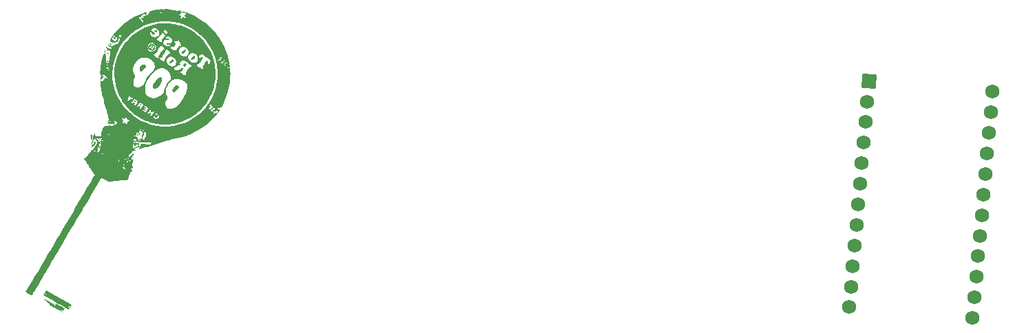
<source format=gbr>
%TF.GenerationSoftware,KiCad,Pcbnew,(6.0.4)*%
%TF.CreationDate,2022-04-14T15:36:21+01:00*%
%TF.ProjectId,axo,61786f2e-6b69-4636-9164-5f7063625858,VERSION_HERE*%
%TF.SameCoordinates,Original*%
%TF.FileFunction,Legend,Bot*%
%TF.FilePolarity,Positive*%
%FSLAX46Y46*%
G04 Gerber Fmt 4.6, Leading zero omitted, Abs format (unit mm)*
G04 Created by KiCad (PCBNEW (6.0.4)) date 2022-04-14 15:36:21*
%MOMM*%
%LPD*%
G01*
G04 APERTURE LIST*
G04 Aperture macros list*
%AMRotRect*
0 Rectangle, with rotation*
0 The origin of the aperture is its center*
0 $1 length*
0 $2 width*
0 $3 Rotation angle, in degrees counterclockwise*
0 Add horizontal line*
21,1,$1,$2,0,0,$3*%
G04 Aperture macros list end*
%ADD10C,0.300000*%
%ADD11RotRect,1.752600X1.752600X265.000000*%
%ADD12C,1.752600*%
G04 APERTURE END LIST*
D10*
%TO.C,G\u002A\u002A\u002A*%
X145776299Y-118098625D02*
X145614315Y-118088902D01*
X145425769Y-117980045D01*
X145273509Y-117808339D01*
X145220383Y-117610071D01*
X145230106Y-117448087D01*
X145312400Y-117160407D01*
X145421257Y-116971861D01*
X145629249Y-116756752D01*
X145764669Y-116667340D01*
X145962938Y-116614214D01*
X146187769Y-116660223D01*
X146313467Y-116732794D01*
X146465727Y-116904500D01*
X146492290Y-117003634D01*
X146238290Y-117443575D01*
X145986895Y-117298432D01*
X146557046Y-118633188D02*
X146738475Y-118318945D01*
X146351660Y-118263213D02*
X146738475Y-118318945D01*
X146980147Y-118626071D01*
X146695071Y-117958693D02*
X146738475Y-118318945D01*
X147072163Y-118176407D01*
X147562625Y-119213760D02*
X147744054Y-118899516D01*
X147357239Y-118843785D02*
X147744054Y-118899516D01*
X147985726Y-119206642D01*
X147700650Y-118539264D02*
X147744054Y-118899516D01*
X148077743Y-118756978D01*
X148568204Y-119794331D02*
X148749633Y-119480087D01*
X148362818Y-119424356D02*
X148749633Y-119480087D01*
X148991305Y-119787213D01*
X148706230Y-119119836D02*
X148749633Y-119480087D01*
X149083322Y-119337550D01*
G36*
X155366915Y-100884101D02*
G01*
X155534840Y-100948066D01*
X155702765Y-101012032D01*
X155638683Y-100838658D01*
X155638293Y-100837603D01*
X155603620Y-100736654D01*
X155596007Y-100670789D01*
X155618700Y-100612951D01*
X155674938Y-100536075D01*
X155708744Y-100489809D01*
X155747238Y-100424834D01*
X155752437Y-100393681D01*
X155739970Y-100390482D01*
X155674739Y-100388105D01*
X155579349Y-100392906D01*
X155520759Y-100397155D01*
X155451724Y-100393537D01*
X155408270Y-100366075D01*
X155364094Y-100303889D01*
X155353469Y-100286338D01*
X155327791Y-100224166D01*
X155336429Y-100195524D01*
X155385017Y-100200772D01*
X155488064Y-100227108D01*
X155632617Y-100271611D01*
X155807948Y-100330789D01*
X156003329Y-100401152D01*
X156208033Y-100479207D01*
X156387718Y-100556548D01*
X156629403Y-100674192D01*
X156896969Y-100815411D01*
X157175908Y-100971817D01*
X157451711Y-101135025D01*
X157709874Y-101296651D01*
X157935885Y-101448307D01*
X158115241Y-101581609D01*
X158502370Y-101909283D01*
X159020653Y-102412728D01*
X159482206Y-102946701D01*
X159890652Y-103515940D01*
X160249616Y-104125177D01*
X160449443Y-104542548D01*
X160562722Y-104779150D01*
X160583812Y-104829467D01*
X160651419Y-105004863D01*
X160722253Y-105206638D01*
X160793518Y-105424855D01*
X160862413Y-105649579D01*
X160926142Y-105870874D01*
X160981907Y-106078806D01*
X161021955Y-106243110D01*
X161026910Y-106263439D01*
X161058352Y-106414838D01*
X161073436Y-106523066D01*
X161069364Y-106578189D01*
X161055979Y-106615721D01*
X161056900Y-106635812D01*
X161059622Y-106695195D01*
X161061444Y-106753879D01*
X161061759Y-106764040D01*
X161034341Y-106849116D01*
X161034057Y-106849666D01*
X161003896Y-106910007D01*
X161006681Y-106915265D01*
X161044412Y-106869482D01*
X161062183Y-106848849D01*
X161114300Y-106813106D01*
X161139777Y-106836569D01*
X161130309Y-106914852D01*
X161115976Y-106954239D01*
X161054945Y-107043131D01*
X160975650Y-107094419D01*
X160895684Y-107094619D01*
X160852252Y-107064509D01*
X160848914Y-107026264D01*
X160898845Y-107007047D01*
X160910361Y-107005372D01*
X160957061Y-106970937D01*
X160956052Y-106956539D01*
X160917390Y-106969578D01*
X160877283Y-106983741D01*
X160813260Y-106976905D01*
X160809317Y-106974671D01*
X160778191Y-106968816D01*
X160778751Y-107014791D01*
X160809275Y-107071775D01*
X160875390Y-107128397D01*
X160902675Y-107142631D01*
X160971249Y-107152589D01*
X161043875Y-107110051D01*
X161048363Y-107106405D01*
X161108571Y-107063764D01*
X161141931Y-107051235D01*
X161146688Y-107061629D01*
X161157693Y-107125245D01*
X161169505Y-107233534D01*
X161180971Y-107371718D01*
X161190940Y-107525017D01*
X161198255Y-107678657D01*
X161201767Y-107817859D01*
X161196622Y-108202396D01*
X161139406Y-108907527D01*
X161019405Y-109601911D01*
X160835674Y-110289462D01*
X160587263Y-110974102D01*
X160273227Y-111659747D01*
X160106047Y-111990797D01*
X160100850Y-111991838D01*
X159937255Y-112024612D01*
X159879101Y-112035475D01*
X159770369Y-112051940D01*
X159694705Y-112058417D01*
X159672968Y-112058929D01*
X159632892Y-112075156D01*
X159633211Y-112108563D01*
X159633430Y-112131504D01*
X159634393Y-112136641D01*
X159663601Y-112192014D01*
X159732713Y-112229435D01*
X159855122Y-112256454D01*
X159870794Y-112259837D01*
X159887697Y-112274728D01*
X159878980Y-112309564D01*
X159840230Y-112375790D01*
X159767033Y-112484849D01*
X159679113Y-112605094D01*
X159531612Y-112806825D01*
X159126239Y-113284277D01*
X158672266Y-113739850D01*
X158180487Y-114163758D01*
X157661700Y-114546220D01*
X157126700Y-114877451D01*
X156762353Y-115065983D01*
X156329456Y-115258967D01*
X155873120Y-115434818D01*
X155411868Y-115586954D01*
X154964227Y-115708788D01*
X154548722Y-115793738D01*
X154506751Y-115800994D01*
X154443067Y-115813507D01*
X154369134Y-115829977D01*
X154280831Y-115851601D01*
X154174036Y-115879580D01*
X154044625Y-115915110D01*
X153888480Y-115959390D01*
X153701476Y-116013617D01*
X153479493Y-116078991D01*
X153227822Y-116153908D01*
X153218409Y-116156710D01*
X152980735Y-116227988D01*
X152914101Y-116247971D01*
X152562448Y-116353973D01*
X152159328Y-116475915D01*
X151700621Y-116614995D01*
X151182202Y-116772409D01*
X151167684Y-116776818D01*
X150898899Y-116857802D01*
X150650003Y-116931624D01*
X150428314Y-116996200D01*
X150241149Y-117049447D01*
X150095826Y-117089283D01*
X149999661Y-117113623D01*
X149959973Y-117120385D01*
X149949086Y-117103545D01*
X149967074Y-117039909D01*
X150025841Y-116927172D01*
X150070446Y-116845281D01*
X150135473Y-116712327D01*
X150182640Y-116599754D01*
X150235050Y-116453916D01*
X150572280Y-116493061D01*
X150646679Y-116501849D01*
X150822595Y-116523592D01*
X150987881Y-116545168D01*
X151114678Y-116562985D01*
X151241420Y-116575159D01*
X151358561Y-116561549D01*
X151428189Y-116512252D01*
X151456859Y-116424617D01*
X151465474Y-116335224D01*
X151133404Y-116327137D01*
X151119350Y-116326788D01*
X150986991Y-116322478D01*
X150876516Y-116318880D01*
X150630336Y-116307689D01*
X150576169Y-116304587D01*
X150390824Y-116293973D01*
X150167986Y-116278494D01*
X150052995Y-116268830D01*
X149971834Y-116262008D01*
X149880305Y-116252404D01*
X149812377Y-116245276D01*
X149699624Y-116229058D01*
X149643585Y-116214113D01*
X149622427Y-116216324D01*
X149584532Y-116257099D01*
X149574972Y-116278606D01*
X149587872Y-116330736D01*
X149663638Y-116364947D01*
X149803119Y-116381726D01*
X149951686Y-116388845D01*
X149978691Y-116531268D01*
X149983588Y-116559852D01*
X149994873Y-116671176D01*
X149993406Y-116743495D01*
X149993101Y-116758552D01*
X149991956Y-116766368D01*
X149984950Y-116802891D01*
X149969280Y-116831456D01*
X149934307Y-116858672D01*
X149869391Y-116891151D01*
X149763895Y-116935502D01*
X149607178Y-116998335D01*
X149366277Y-117094604D01*
X149483588Y-117162334D01*
X149510719Y-117178442D01*
X149572569Y-117219788D01*
X149593920Y-117242153D01*
X149589807Y-117253509D01*
X149578619Y-117306740D01*
X149576293Y-117316279D01*
X149542195Y-117339342D01*
X149463142Y-117323180D01*
X149420035Y-117308776D01*
X149325619Y-117281762D01*
X149267339Y-117282062D01*
X149224997Y-117313777D01*
X149178398Y-117381010D01*
X149134910Y-117439719D01*
X149044236Y-117541271D01*
X148943791Y-117637163D01*
X148934530Y-117645241D01*
X148809806Y-117769326D01*
X148722898Y-117885801D01*
X148677604Y-117986426D01*
X148677725Y-118062963D01*
X148727060Y-118107171D01*
X148731331Y-118108373D01*
X148800129Y-118093989D01*
X148894312Y-118031721D01*
X149004154Y-117929307D01*
X149119932Y-117794488D01*
X149158533Y-117745899D01*
X149238666Y-117656302D01*
X149295226Y-117615314D01*
X149335880Y-117616623D01*
X149337959Y-117640550D01*
X149317512Y-117713272D01*
X149276624Y-117820636D01*
X149221003Y-117948883D01*
X149156359Y-118084255D01*
X149088401Y-118212996D01*
X149050972Y-118281998D01*
X149022212Y-118351078D01*
X149024335Y-118394061D01*
X149054476Y-118429206D01*
X149102057Y-118455407D01*
X149189256Y-118444552D01*
X149240495Y-118425884D01*
X149268823Y-118428126D01*
X149267191Y-118443837D01*
X149257160Y-118491821D01*
X149237295Y-118575350D01*
X149206536Y-118698561D01*
X149199047Y-118727851D01*
X149163898Y-118865309D01*
X149163827Y-118865587D01*
X149131572Y-118990030D01*
X149108105Y-119080562D01*
X149038315Y-119347623D01*
X148971253Y-119602920D01*
X148953396Y-119670902D01*
X148882811Y-119938724D01*
X148871390Y-119982057D01*
X148852289Y-120054534D01*
X148849863Y-120063728D01*
X148843432Y-120087960D01*
X148782644Y-120317006D01*
X148729328Y-120513297D01*
X148687360Y-120660047D01*
X148654184Y-120764702D01*
X148627246Y-120834709D01*
X148603991Y-120877513D01*
X148581863Y-120900561D01*
X148558308Y-120911298D01*
X148525611Y-120916451D01*
X148430312Y-120926689D01*
X148283017Y-120940272D01*
X148091986Y-120956502D01*
X147865481Y-120974682D01*
X147611765Y-120994117D01*
X147339099Y-121014108D01*
X146193244Y-121096290D01*
X145963985Y-120992722D01*
X145908803Y-120967104D01*
X145757582Y-120892935D01*
X145588146Y-120805856D01*
X145427834Y-120719786D01*
X145322705Y-120663205D01*
X145235364Y-120620195D01*
X145195389Y-120606538D01*
X145207886Y-120624447D01*
X145294830Y-120698476D01*
X144156459Y-122659173D01*
X144046314Y-122848775D01*
X143859020Y-123170662D01*
X143682957Y-123472601D01*
X143520903Y-123749865D01*
X143375635Y-123997729D01*
X143249931Y-124211461D01*
X143146566Y-124386336D01*
X143068322Y-124517625D01*
X143017972Y-124600602D01*
X142998296Y-124630537D01*
X142983481Y-124653082D01*
X142936842Y-124729649D01*
X142860686Y-124856758D01*
X142757252Y-125030616D01*
X142628779Y-125247430D01*
X142477506Y-125503406D01*
X142305672Y-125794753D01*
X142115515Y-126117674D01*
X141909275Y-126468381D01*
X141689191Y-126843078D01*
X141457500Y-127237971D01*
X141216444Y-127649269D01*
X141006889Y-128006844D01*
X140773830Y-128404130D01*
X140552083Y-128781721D01*
X140343883Y-129135823D01*
X140151472Y-129462645D01*
X139977087Y-129758392D01*
X139822968Y-130019273D01*
X139691352Y-130241494D01*
X139584478Y-130421263D01*
X139504587Y-130554786D01*
X139453916Y-130638270D01*
X139434704Y-130667921D01*
X139433531Y-130669237D01*
X139408053Y-130709333D01*
X139352137Y-130801890D01*
X139268386Y-130942476D01*
X139159413Y-131126657D01*
X139027824Y-131350000D01*
X138876229Y-131608072D01*
X138707235Y-131896442D01*
X138523451Y-132210674D01*
X138327484Y-132546339D01*
X138121944Y-132898999D01*
X138026444Y-133062963D01*
X137797427Y-133455822D01*
X137598738Y-133795982D01*
X137428130Y-134087128D01*
X137283360Y-134332944D01*
X137162184Y-134537113D01*
X137062356Y-134703320D01*
X136981631Y-134835250D01*
X136917766Y-134936585D01*
X136868513Y-135011010D01*
X136831632Y-135062208D01*
X136804874Y-135093865D01*
X136785997Y-135109664D01*
X136772755Y-135113289D01*
X136726805Y-135096732D01*
X136635015Y-135052841D01*
X136512290Y-134988626D01*
X136372328Y-134911007D01*
X136028011Y-134714925D01*
X136860823Y-133316895D01*
X136964130Y-133143249D01*
X137141196Y-132844899D01*
X137348411Y-132495047D01*
X137583649Y-132097304D01*
X137844785Y-131655281D01*
X138129691Y-131172590D01*
X138436242Y-130652841D01*
X138762312Y-130099646D01*
X139105774Y-129516616D01*
X139464504Y-128907361D01*
X139836374Y-128275495D01*
X140219258Y-127624626D01*
X140611030Y-126958366D01*
X141009565Y-126280328D01*
X141412737Y-125594120D01*
X141818418Y-124903356D01*
X142224483Y-124211646D01*
X142628807Y-123522601D01*
X143029262Y-122839832D01*
X143169589Y-122600655D01*
X143382050Y-122239064D01*
X143584143Y-121895749D01*
X143773276Y-121575081D01*
X143946856Y-121281433D01*
X144102292Y-121019177D01*
X144236990Y-120792684D01*
X144348356Y-120606328D01*
X144433802Y-120464478D01*
X144490731Y-120371507D01*
X144516553Y-120331787D01*
X144535705Y-120306806D01*
X144553444Y-120264781D01*
X144522987Y-120248154D01*
X144517502Y-120244808D01*
X144478428Y-120200373D01*
X144410278Y-120110442D01*
X144318228Y-119982726D01*
X144207451Y-119824935D01*
X144083124Y-119644780D01*
X143950419Y-119449973D01*
X143841189Y-119287820D01*
X147648859Y-119287820D01*
X147666544Y-119312134D01*
X147683052Y-119318882D01*
X147696941Y-119303989D01*
X147694702Y-119298084D01*
X147658400Y-119281737D01*
X147648859Y-119287820D01*
X143841189Y-119287820D01*
X143814516Y-119248223D01*
X143783728Y-119202021D01*
X147575956Y-119202021D01*
X147582064Y-119224818D01*
X147604861Y-119218710D01*
X147598753Y-119195912D01*
X147575956Y-119202021D01*
X143783728Y-119202021D01*
X143680586Y-119047242D01*
X143622069Y-118958390D01*
X147593631Y-118958390D01*
X147620136Y-119033890D01*
X147680480Y-119129422D01*
X147769688Y-119233615D01*
X147820057Y-119281329D01*
X147915565Y-119360911D01*
X148024656Y-119443406D01*
X148134247Y-119519816D01*
X148216939Y-119572093D01*
X148231258Y-119581145D01*
X148302606Y-119618393D01*
X148335209Y-119622566D01*
X148335564Y-119585435D01*
X148297115Y-119508366D01*
X148223944Y-119408514D01*
X148126249Y-119296175D01*
X148014233Y-119181647D01*
X147898098Y-119075230D01*
X147788047Y-118987223D01*
X147694278Y-118927922D01*
X147665456Y-118919228D01*
X147626995Y-118907627D01*
X147605946Y-118914294D01*
X147593631Y-118958390D01*
X143622069Y-118958390D01*
X143553807Y-118854740D01*
X143439352Y-118678428D01*
X143342397Y-118526016D01*
X143293116Y-118445870D01*
X147461721Y-118445870D01*
X147472123Y-118584415D01*
X147544839Y-118709893D01*
X147676165Y-118815442D01*
X147732655Y-118846476D01*
X147803263Y-118874764D01*
X147827921Y-118865736D01*
X147828519Y-118860821D01*
X147859896Y-118854785D01*
X147929620Y-118885911D01*
X147941712Y-118893068D01*
X148004282Y-118944401D01*
X148007463Y-118988664D01*
X148003908Y-118996329D01*
X148016749Y-119040494D01*
X148088637Y-119093341D01*
X148194845Y-119154660D01*
X148168757Y-119038012D01*
X148159862Y-119003746D01*
X148077009Y-118832887D01*
X147930251Y-118666513D01*
X147863230Y-118614821D01*
X148429426Y-118614821D01*
X148454514Y-118653494D01*
X148493908Y-118698252D01*
X148550864Y-118734112D01*
X148600861Y-118717431D01*
X148621298Y-118695423D01*
X148627829Y-118642987D01*
X148585722Y-118602856D01*
X148507070Y-118591293D01*
X148449152Y-118598288D01*
X148429426Y-118614821D01*
X147863230Y-118614821D01*
X147792170Y-118560014D01*
X148727677Y-118560014D01*
X148759380Y-118593747D01*
X148814737Y-118609336D01*
X148866511Y-118595050D01*
X148905497Y-118558370D01*
X148938792Y-118496308D01*
X148915450Y-118453024D01*
X148857232Y-118450638D01*
X148784870Y-118483185D01*
X148730917Y-118536654D01*
X148727677Y-118560014D01*
X147792170Y-118560014D01*
X147718170Y-118502940D01*
X147482819Y-118346751D01*
X147465583Y-118425204D01*
X147461721Y-118445870D01*
X143293116Y-118445870D01*
X143268118Y-118405216D01*
X143234638Y-118346464D01*
X148232171Y-118346464D01*
X148256431Y-118396012D01*
X148272841Y-118415540D01*
X148321708Y-118453252D01*
X148389402Y-118459025D01*
X148408290Y-118457180D01*
X148424666Y-118438513D01*
X148391426Y-118388766D01*
X148339016Y-118339489D01*
X148275798Y-118311834D01*
X148233956Y-118329348D01*
X148232171Y-118346464D01*
X143234638Y-118346464D01*
X143221687Y-118323738D01*
X143208283Y-118289293D01*
X143226985Y-118269296D01*
X143264691Y-118235485D01*
X148538661Y-118235485D01*
X148538962Y-118277479D01*
X148587838Y-118333884D01*
X148611896Y-118350560D01*
X148661426Y-118365022D01*
X148697642Y-118327273D01*
X148707831Y-118307191D01*
X148705824Y-118264226D01*
X148648465Y-118228875D01*
X148585487Y-118214129D01*
X148538661Y-118235485D01*
X143264691Y-118235485D01*
X143285904Y-118216463D01*
X143368526Y-118147246D01*
X143437074Y-118088343D01*
X143560718Y-117971706D01*
X143689538Y-117840362D01*
X143758988Y-117764492D01*
X145059278Y-117764492D01*
X145060235Y-117764640D01*
X145102479Y-117766073D01*
X145191963Y-117767292D01*
X145310977Y-117768048D01*
X145411607Y-117765328D01*
X145527206Y-117748253D01*
X145581781Y-117716218D01*
X145586867Y-117705470D01*
X145579144Y-117653049D01*
X145525353Y-117618290D01*
X145442878Y-117613987D01*
X145409507Y-117622185D01*
X145319649Y-117651986D01*
X145213062Y-117693276D01*
X145147464Y-117721125D01*
X145080599Y-117751558D01*
X145059278Y-117764492D01*
X143758988Y-117764492D01*
X143809742Y-117709047D01*
X143907540Y-117592499D01*
X143969139Y-117505452D01*
X144020921Y-117438983D01*
X144093668Y-117406582D01*
X144112302Y-117406342D01*
X144142376Y-117400062D01*
X144140335Y-117398457D01*
X144185075Y-117398457D01*
X144191184Y-117421255D01*
X144213981Y-117415145D01*
X144213903Y-117414853D01*
X144262330Y-117414853D01*
X144304588Y-117423543D01*
X144405024Y-117435027D01*
X144452718Y-117437268D01*
X144548254Y-117422773D01*
X144613100Y-117387494D01*
X144629338Y-117339095D01*
X144607739Y-117313727D01*
X144544094Y-117291613D01*
X144472424Y-117290295D01*
X144426558Y-117313969D01*
X144392910Y-117348720D01*
X144320627Y-117386968D01*
X144319709Y-117387263D01*
X144270090Y-117404308D01*
X144262330Y-117414853D01*
X144213903Y-117414853D01*
X144207872Y-117392349D01*
X144185075Y-117398457D01*
X144140335Y-117398457D01*
X144114557Y-117378186D01*
X144092772Y-117352358D01*
X144086530Y-117289736D01*
X144109857Y-117228993D01*
X144155433Y-117201720D01*
X144236210Y-117199841D01*
X144310872Y-117185781D01*
X144345591Y-117149881D01*
X144356222Y-117082748D01*
X144358355Y-117058088D01*
X144389236Y-116964095D01*
X144464545Y-116857297D01*
X144524600Y-116785023D01*
X144632425Y-116650066D01*
X144705750Y-116546412D01*
X144751890Y-116461568D01*
X144778164Y-116383036D01*
X144791889Y-116298322D01*
X144796579Y-116213018D01*
X144783491Y-116132917D01*
X144743645Y-116046873D01*
X144669373Y-115931955D01*
X144659224Y-115917209D01*
X144590792Y-115819819D01*
X144538460Y-115748744D01*
X144512862Y-115718486D01*
X144498010Y-115730250D01*
X144478227Y-115785206D01*
X144472630Y-115804225D01*
X144441578Y-115886807D01*
X144392609Y-116003417D01*
X144333503Y-116135232D01*
X144308631Y-116189887D01*
X144254983Y-116314445D01*
X144216052Y-116414352D01*
X144198935Y-116471850D01*
X144198524Y-116474982D01*
X144183582Y-116522369D01*
X144164048Y-116513841D01*
X144145817Y-116458997D01*
X144134784Y-116367430D01*
X144142597Y-116257049D01*
X144206903Y-116091585D01*
X144253012Y-116007684D01*
X144323319Y-115852696D01*
X144350635Y-115740048D01*
X144333914Y-115673187D01*
X144324205Y-115658958D01*
X144319336Y-115611162D01*
X144342225Y-115532524D01*
X144396003Y-115409749D01*
X144396475Y-115408747D01*
X144460939Y-115283372D01*
X144511052Y-115207925D01*
X144543215Y-115184985D01*
X144553832Y-115217133D01*
X144539305Y-115306951D01*
X144526760Y-115376091D01*
X144525679Y-115460299D01*
X144544854Y-115504109D01*
X144581514Y-115495162D01*
X144599781Y-115485655D01*
X144656582Y-115493138D01*
X144656830Y-115493282D01*
X144677545Y-115526592D01*
X144641976Y-115579174D01*
X144641899Y-115579253D01*
X144609409Y-115624557D01*
X144618697Y-115668271D01*
X144674469Y-115732611D01*
X144689014Y-115747226D01*
X144756411Y-115810404D01*
X144803012Y-115847249D01*
X144823328Y-115865821D01*
X144874404Y-115930321D01*
X144934400Y-116019672D01*
X144971601Y-116076986D01*
X145025282Y-116151506D01*
X145059337Y-116188156D01*
X145093766Y-116232478D01*
X145120328Y-116307386D01*
X145130732Y-116382532D01*
X145117732Y-116428144D01*
X145061740Y-116471957D01*
X145014822Y-116514102D01*
X145006542Y-116537644D01*
X145027860Y-116555389D01*
X145059720Y-116592237D01*
X145088529Y-116666509D01*
X145096476Y-116715792D01*
X145081639Y-116759371D01*
X145020988Y-116796897D01*
X145010998Y-116802331D01*
X144938730Y-116867986D01*
X144889657Y-116955695D01*
X144872635Y-117043279D01*
X144896522Y-117108556D01*
X144919604Y-117155490D01*
X144895723Y-117236668D01*
X144869571Y-117289241D01*
X144855748Y-117376179D01*
X144894789Y-117453055D01*
X144902685Y-117463693D01*
X144909707Y-117512700D01*
X144887488Y-117545912D01*
X144865943Y-117578117D01*
X144824884Y-117638246D01*
X144829180Y-117673981D01*
X144847322Y-117679682D01*
X144909137Y-117661237D01*
X144971053Y-117605714D01*
X145011686Y-117529986D01*
X145040285Y-117470954D01*
X145092085Y-117455868D01*
X145147703Y-117437743D01*
X145206517Y-117357779D01*
X145264238Y-117250701D01*
X145186934Y-117312055D01*
X145179884Y-117317595D01*
X145117260Y-117358095D01*
X145085859Y-117355217D01*
X145085542Y-117304979D01*
X145116167Y-117203405D01*
X145177596Y-117046515D01*
X145189382Y-117017624D01*
X145245371Y-116867240D01*
X145249076Y-116854725D01*
X149218589Y-116854725D01*
X149221159Y-116901305D01*
X149226526Y-116911264D01*
X149254528Y-116946721D01*
X149296511Y-116958834D01*
X149368997Y-116948566D01*
X149488505Y-116916880D01*
X149581763Y-116886840D01*
X149727620Y-116820642D01*
X149827171Y-116747012D01*
X149870306Y-116672423D01*
X149871671Y-116661670D01*
X149855688Y-116588614D01*
X149801844Y-116551457D01*
X149727044Y-116550827D01*
X149648191Y-116587358D01*
X149582191Y-116661678D01*
X149540497Y-116712889D01*
X149479115Y-116757628D01*
X149423318Y-116776787D01*
X149393912Y-116759551D01*
X149393012Y-116729884D01*
X149399458Y-116647274D01*
X149412441Y-116538024D01*
X149429123Y-116425149D01*
X149446667Y-116331666D01*
X149453156Y-116231567D01*
X149414501Y-116165887D01*
X149373722Y-116143450D01*
X149338442Y-116149307D01*
X149331127Y-116166563D01*
X149321760Y-116201740D01*
X149310579Y-116243728D01*
X149305367Y-116269362D01*
X149287163Y-116358886D01*
X149272542Y-116443108D01*
X149263568Y-116494801D01*
X149250240Y-116582935D01*
X149242482Y-116634236D01*
X149234006Y-116701303D01*
X149227499Y-116752789D01*
X149226593Y-116759956D01*
X149218589Y-116854725D01*
X145249076Y-116854725D01*
X145280713Y-116747857D01*
X145292928Y-116669325D01*
X145279535Y-116641499D01*
X145270262Y-116639600D01*
X145255009Y-116605374D01*
X145264729Y-116552687D01*
X145295426Y-116513688D01*
X145305121Y-116501353D01*
X145281797Y-116470755D01*
X145272676Y-116464053D01*
X145262042Y-116418022D01*
X145296434Y-116334679D01*
X145297209Y-116333249D01*
X145330529Y-116268058D01*
X145329652Y-116254116D01*
X145294312Y-116285279D01*
X145242993Y-116319231D01*
X145190435Y-116321657D01*
X145174001Y-116301445D01*
X145184568Y-116252351D01*
X145235589Y-116166096D01*
X145284955Y-116083161D01*
X145301831Y-116019830D01*
X145284978Y-115963732D01*
X145277110Y-115947558D01*
X145263551Y-115877652D01*
X145289553Y-115841387D01*
X145347006Y-115853214D01*
X145396046Y-115912246D01*
X145439068Y-116022176D01*
X145471338Y-116165778D01*
X145489136Y-116326388D01*
X145488734Y-116487349D01*
X145487474Y-116506615D01*
X145484179Y-116599412D01*
X145487831Y-116645116D01*
X145497825Y-116634021D01*
X145523281Y-116565611D01*
X145568918Y-116471077D01*
X145572901Y-116460913D01*
X148869480Y-116460913D01*
X148876030Y-116483006D01*
X148878169Y-116485201D01*
X148919790Y-116527910D01*
X148926420Y-116531607D01*
X148955871Y-116540722D01*
X148941744Y-116502635D01*
X148919779Y-116467555D01*
X149041926Y-116467555D01*
X149046365Y-116485957D01*
X149050158Y-116501675D01*
X149084290Y-116541716D01*
X149139497Y-116518997D01*
X149158882Y-116472723D01*
X149132435Y-116426021D01*
X149074627Y-116405939D01*
X149047738Y-116415488D01*
X149041926Y-116467555D01*
X148919779Y-116467555D01*
X148913907Y-116458176D01*
X148881890Y-116434033D01*
X148869480Y-116460913D01*
X145572901Y-116460913D01*
X145578722Y-116446056D01*
X145586886Y-116347772D01*
X145580069Y-116281373D01*
X148992409Y-116281373D01*
X148998517Y-116304169D01*
X149021314Y-116298061D01*
X149015206Y-116275264D01*
X148992409Y-116281373D01*
X145580069Y-116281373D01*
X145573560Y-116217979D01*
X145559929Y-116155620D01*
X149041627Y-116155620D01*
X149061860Y-116186578D01*
X149082884Y-116195251D01*
X149139770Y-116193019D01*
X149151198Y-116180352D01*
X149130966Y-116149396D01*
X149109941Y-116140722D01*
X149053054Y-116142954D01*
X149041627Y-116155620D01*
X145559929Y-116155620D01*
X145552299Y-116120718D01*
X149702188Y-116120718D01*
X149715244Y-116136743D01*
X149762266Y-116122515D01*
X149765377Y-116120215D01*
X149819799Y-116120215D01*
X149848480Y-116129451D01*
X149957909Y-116147159D01*
X150062115Y-116143321D01*
X150132056Y-116118131D01*
X150134599Y-116115995D01*
X150170059Y-116070119D01*
X150148683Y-116045983D01*
X150077142Y-116045456D01*
X149962100Y-116070412D01*
X149907533Y-116086557D01*
X149840093Y-116109119D01*
X149819799Y-116120215D01*
X149765377Y-116120215D01*
X149778625Y-116110422D01*
X149756878Y-116102409D01*
X149738886Y-116103919D01*
X149704239Y-116116514D01*
X149702188Y-116120718D01*
X145552299Y-116120718D01*
X145542937Y-116077890D01*
X145528879Y-116036364D01*
X149217403Y-116036364D01*
X149253016Y-116057232D01*
X149348835Y-116064549D01*
X149428753Y-116071616D01*
X149534569Y-116094779D01*
X149576569Y-116106582D01*
X149616385Y-116100030D01*
X149626882Y-116049359D01*
X149607228Y-115974318D01*
X149542322Y-115920327D01*
X149449180Y-115905190D01*
X149447499Y-115905690D01*
X149345525Y-115936041D01*
X149327185Y-115946250D01*
X149256465Y-115989819D01*
X149221386Y-116018531D01*
X149217403Y-116036364D01*
X145528879Y-116036364D01*
X145499205Y-115948713D01*
X145446556Y-115851662D01*
X145399548Y-115804013D01*
X145297608Y-115762152D01*
X145188887Y-115781195D01*
X145180363Y-115785276D01*
X145070860Y-115829253D01*
X144983733Y-115839203D01*
X144888504Y-115818957D01*
X144830988Y-115797965D01*
X144728275Y-115734247D01*
X144728011Y-115733806D01*
X149212195Y-115733806D01*
X149213193Y-115745791D01*
X149222275Y-115767877D01*
X149227824Y-115781370D01*
X149232864Y-115781770D01*
X149241100Y-115750494D01*
X149240102Y-115738510D01*
X149225471Y-115702931D01*
X149220432Y-115702530D01*
X149212195Y-115733806D01*
X144728011Y-115733806D01*
X144708896Y-115701916D01*
X148956699Y-115701916D01*
X148967255Y-115700911D01*
X149009729Y-115674723D01*
X149027073Y-115655177D01*
X149023402Y-115624806D01*
X149007712Y-115622260D01*
X148970371Y-115652000D01*
X148960222Y-115672479D01*
X148956699Y-115701916D01*
X144708896Y-115701916D01*
X144682424Y-115657750D01*
X144698380Y-115574826D01*
X144751340Y-115519794D01*
X144817962Y-115519062D01*
X144881632Y-115581549D01*
X144902478Y-115610977D01*
X144933646Y-115619380D01*
X144976847Y-115572044D01*
X145031348Y-115523057D01*
X145089692Y-115531221D01*
X145127133Y-115548133D01*
X145199014Y-115562018D01*
X145223016Y-115564360D01*
X145281338Y-115597479D01*
X145315230Y-115621596D01*
X145348385Y-115603772D01*
X145363487Y-115546622D01*
X145362052Y-115536147D01*
X149363474Y-115536147D01*
X149398826Y-115553092D01*
X149488798Y-115531864D01*
X149529846Y-115518829D01*
X149595158Y-115512129D01*
X149622494Y-115541608D01*
X149624332Y-115546918D01*
X149666665Y-115599342D01*
X149740202Y-115653245D01*
X149800760Y-115693897D01*
X149828309Y-115743623D01*
X149818581Y-115821221D01*
X149817111Y-115827691D01*
X149815943Y-115838098D01*
X149808816Y-115901620D01*
X149808062Y-115908336D01*
X149818518Y-115957060D01*
X149829579Y-115964237D01*
X149892681Y-115968829D01*
X149978521Y-115952831D01*
X150059217Y-115923071D01*
X150106887Y-115886388D01*
X150137361Y-115859254D01*
X150208176Y-115839274D01*
X150236991Y-115837685D01*
X150270201Y-115824943D01*
X150284638Y-115783468D01*
X150289178Y-115721450D01*
X150432364Y-115721450D01*
X150446990Y-115925252D01*
X150447571Y-115927348D01*
X150461044Y-115975930D01*
X150496373Y-116063382D01*
X150531485Y-116110093D01*
X150568398Y-116122411D01*
X150596952Y-116097289D01*
X150586363Y-116028276D01*
X150584750Y-116023218D01*
X150588085Y-115967462D01*
X150624339Y-115880059D01*
X150697683Y-115750597D01*
X150701985Y-115743473D01*
X150801378Y-115556138D01*
X150852122Y-115400181D01*
X150856419Y-115264216D01*
X150816474Y-115136857D01*
X150769326Y-115048248D01*
X150720626Y-114992140D01*
X150672992Y-114990661D01*
X150616092Y-115038752D01*
X150568965Y-115115930D01*
X150573710Y-115206986D01*
X150579542Y-115283948D01*
X150536518Y-115409633D01*
X150484214Y-115515603D01*
X150432364Y-115721450D01*
X150289178Y-115721450D01*
X150291167Y-115694282D01*
X150294051Y-115661375D01*
X150319382Y-115529826D01*
X150359751Y-115404050D01*
X150374768Y-115363617D01*
X150404302Y-115246437D01*
X150411650Y-115148522D01*
X150413382Y-115058421D01*
X150430768Y-114991639D01*
X150439678Y-114955017D01*
X150397317Y-114932757D01*
X150388141Y-114931248D01*
X150307737Y-114915841D01*
X150207763Y-114894527D01*
X150168340Y-114886875D01*
X150096627Y-114887457D01*
X150067913Y-114921309D01*
X150050504Y-114953567D01*
X149991068Y-114987699D01*
X149950417Y-115005057D01*
X149903878Y-115077693D01*
X149898759Y-115094311D01*
X149870913Y-115135978D01*
X149823967Y-115123498D01*
X149784931Y-115109476D01*
X149706223Y-115112687D01*
X149675093Y-115130812D01*
X149652333Y-115179395D01*
X149647193Y-115273511D01*
X149645765Y-115358277D01*
X149633350Y-115429424D01*
X149605104Y-115444676D01*
X149557023Y-115410097D01*
X149523474Y-115382894D01*
X149480731Y-115381987D01*
X149424958Y-115432223D01*
X149383868Y-115482784D01*
X149363474Y-115536147D01*
X145362052Y-115536147D01*
X145352358Y-115465366D01*
X145328106Y-115344310D01*
X146172593Y-115344310D01*
X146178757Y-115434338D01*
X146214788Y-115489818D01*
X146229715Y-115498040D01*
X146258056Y-115501080D01*
X146253554Y-115452359D01*
X146251769Y-115443188D01*
X146254441Y-115397355D01*
X146255330Y-115396197D01*
X149023354Y-115396197D01*
X149024265Y-115404854D01*
X149049942Y-115447425D01*
X149076601Y-115454389D01*
X149117035Y-115434584D01*
X149120872Y-115392414D01*
X149090334Y-115364772D01*
X149045014Y-115363016D01*
X149023354Y-115396197D01*
X146255330Y-115396197D01*
X146288805Y-115352582D01*
X146367510Y-115290958D01*
X146410005Y-115259684D01*
X146480390Y-115203600D01*
X146501773Y-115179090D01*
X146472804Y-115189131D01*
X146436624Y-115210466D01*
X146392130Y-115236704D01*
X146360651Y-115255505D01*
X146335604Y-115265254D01*
X146278173Y-115287610D01*
X146226562Y-115271858D01*
X146197590Y-115250068D01*
X146182512Y-115270001D01*
X146172593Y-115344310D01*
X145328106Y-115344310D01*
X145323252Y-115320081D01*
X145329777Y-115132375D01*
X146167859Y-115132375D01*
X146168857Y-115144360D01*
X146183488Y-115179939D01*
X146188528Y-115180340D01*
X146196764Y-115149064D01*
X146195766Y-115137079D01*
X146193651Y-115131937D01*
X146534248Y-115131937D01*
X146540356Y-115154733D01*
X146563153Y-115148626D01*
X146557044Y-115125828D01*
X146534248Y-115131937D01*
X146193651Y-115131937D01*
X146181135Y-115101500D01*
X146177289Y-115101194D01*
X146603383Y-115101194D01*
X146609467Y-115110737D01*
X146633780Y-115093050D01*
X146640529Y-115076543D01*
X146625635Y-115062653D01*
X146619730Y-115064893D01*
X146603383Y-115101194D01*
X146177289Y-115101194D01*
X146176095Y-115101099D01*
X146167859Y-115132375D01*
X145329777Y-115132375D01*
X145329883Y-115129330D01*
X145386083Y-114918959D01*
X145447536Y-114781745D01*
X146159102Y-114781745D01*
X146160040Y-114822483D01*
X146164423Y-114941439D01*
X146170059Y-115025995D01*
X146175969Y-115059977D01*
X146179280Y-115052303D01*
X146187139Y-114994367D01*
X146188970Y-114973357D01*
X146715732Y-114973357D01*
X146721816Y-114982898D01*
X146746128Y-114965211D01*
X146752877Y-114948704D01*
X146737984Y-114934816D01*
X146732078Y-114937055D01*
X146715732Y-114973357D01*
X146188970Y-114973357D01*
X146196084Y-114891721D01*
X146198181Y-114859526D01*
X146824131Y-114859526D01*
X146839546Y-114847953D01*
X146876220Y-114789806D01*
X146893671Y-114757848D01*
X146897682Y-114747995D01*
X150074424Y-114747995D01*
X150081939Y-114763693D01*
X150125163Y-114777891D01*
X150214274Y-114793834D01*
X150359451Y-114814769D01*
X150390920Y-114819001D01*
X150503350Y-114830081D01*
X150552021Y-114825769D01*
X150537937Y-114806016D01*
X150534590Y-114804028D01*
X150453626Y-114770497D01*
X150346316Y-114742376D01*
X150235100Y-114723523D01*
X150142418Y-114717802D01*
X150090711Y-114729071D01*
X150074424Y-114747995D01*
X146897682Y-114747995D01*
X146908940Y-114720339D01*
X146892076Y-114731964D01*
X146860597Y-114775400D01*
X146825904Y-114847923D01*
X146824131Y-114859526D01*
X146198181Y-114859526D01*
X146204752Y-114758634D01*
X146208038Y-114681006D01*
X146207887Y-114568950D01*
X146202653Y-114515586D01*
X147018735Y-114515586D01*
X147025941Y-114526285D01*
X147054175Y-114487872D01*
X147073103Y-114445784D01*
X147060456Y-114443323D01*
X147049085Y-114454203D01*
X147018735Y-114515586D01*
X146202653Y-114515586D01*
X146200910Y-114497810D01*
X146187884Y-114480402D01*
X146183264Y-114487009D01*
X146169171Y-114547547D01*
X146160543Y-114651793D01*
X146159102Y-114781745D01*
X145447536Y-114781745D01*
X145493703Y-114678663D01*
X145531618Y-114606198D01*
X145616028Y-114454159D01*
X145672290Y-114369192D01*
X147066956Y-114369192D01*
X147077081Y-114374440D01*
X147104041Y-114340018D01*
X147115816Y-114308933D01*
X147096660Y-114312472D01*
X147082391Y-114326520D01*
X147066956Y-114369192D01*
X145672290Y-114369192D01*
X145683097Y-114352871D01*
X145739525Y-114294728D01*
X145792009Y-114272128D01*
X145847252Y-114277470D01*
X145884445Y-114283728D01*
X146001357Y-114277630D01*
X146140152Y-114246670D01*
X146275134Y-114195753D01*
X146300184Y-114184611D01*
X146355740Y-114175303D01*
X146384254Y-114210442D01*
X146387832Y-114219231D01*
X146422148Y-114250434D01*
X146490763Y-114239531D01*
X146558614Y-114228714D01*
X146627158Y-114241334D01*
X146659874Y-114246256D01*
X146745201Y-114224917D01*
X146858473Y-114172546D01*
X146943761Y-114129273D01*
X147036852Y-114089604D01*
X147094766Y-114074244D01*
X147116528Y-114070630D01*
X147158304Y-114032680D01*
X147200193Y-113942409D01*
X147234857Y-113839241D01*
X147239482Y-113770703D01*
X147203934Y-113730368D01*
X147119357Y-113708424D01*
X146976893Y-113695061D01*
X146947937Y-113693112D01*
X146830099Y-113687478D01*
X146745298Y-113687124D01*
X146710273Y-113692228D01*
X146714389Y-113697176D01*
X146762917Y-113707680D01*
X146849561Y-113715332D01*
X146891381Y-113717759D01*
X146972260Y-113724251D01*
X147010025Y-113730111D01*
X147011380Y-113736259D01*
X147006427Y-113787697D01*
X146992800Y-113871996D01*
X146990493Y-113884044D01*
X146975496Y-113962404D01*
X146974816Y-113965961D01*
X146956791Y-114046398D01*
X146943042Y-114090113D01*
X146930436Y-114089759D01*
X146889623Y-114058600D01*
X146843691Y-114039854D01*
X146742277Y-114020076D01*
X146599745Y-114002512D01*
X146429328Y-113989160D01*
X146415608Y-113988349D01*
X146258071Y-113978406D01*
X146127398Y-113969045D01*
X146036853Y-113961288D01*
X145999700Y-113956152D01*
X145991586Y-113936646D01*
X146015288Y-113894201D01*
X146062395Y-113853486D01*
X146113037Y-113835627D01*
X146170778Y-113815446D01*
X146232697Y-113758270D01*
X146255976Y-113724640D01*
X146263813Y-113702920D01*
X146318792Y-113702920D01*
X146320330Y-113713874D01*
X146352375Y-113718960D01*
X146433044Y-113721812D01*
X146497546Y-113720982D01*
X146541975Y-113712110D01*
X146532393Y-113705667D01*
X146587268Y-113705667D01*
X146600325Y-113721694D01*
X146647345Y-113707466D01*
X146663705Y-113695373D01*
X146641958Y-113687359D01*
X146623965Y-113688869D01*
X146589319Y-113701464D01*
X146587268Y-113705667D01*
X146532393Y-113705667D01*
X146523804Y-113699892D01*
X146441305Y-113690815D01*
X146430841Y-113690390D01*
X146355803Y-113691428D01*
X146320783Y-113699302D01*
X146318792Y-113702920D01*
X146263813Y-113702920D01*
X146265150Y-113699215D01*
X146231196Y-113714036D01*
X146199007Y-113730409D01*
X146153154Y-113734768D01*
X146151993Y-113697023D01*
X146189684Y-113638225D01*
X147574045Y-113638225D01*
X147574451Y-113642965D01*
X147602224Y-113686611D01*
X147607791Y-113689209D01*
X147643331Y-113678228D01*
X147645101Y-113664984D01*
X147615152Y-113629840D01*
X147595078Y-113622216D01*
X147574045Y-113638225D01*
X146189684Y-113638225D01*
X146198317Y-113624758D01*
X146206847Y-113614146D01*
X146241374Y-113560644D01*
X146253583Y-113503362D01*
X146244508Y-113422252D01*
X146215179Y-113297263D01*
X146206770Y-113258267D01*
X146189965Y-113127268D01*
X146180038Y-112965301D01*
X146176802Y-112788613D01*
X146178912Y-112675509D01*
X146824033Y-112675509D01*
X146852424Y-112734020D01*
X146903707Y-112823156D01*
X146963674Y-112936952D01*
X147031048Y-113092790D01*
X147084276Y-113244669D01*
X147156331Y-113486986D01*
X147120585Y-113333599D01*
X147841159Y-113333599D01*
X147945789Y-113482245D01*
X147996775Y-113558140D01*
X148025837Y-113625418D01*
X148021661Y-113690413D01*
X147988222Y-113781129D01*
X147968245Y-113829436D01*
X147956130Y-113858822D01*
X147931403Y-113918803D01*
X147926215Y-113931479D01*
X147909338Y-113972719D01*
X147907949Y-113977926D01*
X147929595Y-113985183D01*
X147988618Y-113959643D01*
X148079176Y-113917195D01*
X148178947Y-113884912D01*
X148221271Y-113877188D01*
X148267918Y-113881773D01*
X148313572Y-113915752D01*
X148379694Y-113990402D01*
X148417647Y-114033734D01*
X148473743Y-114091116D01*
X148503152Y-114111622D01*
X148509397Y-114097685D01*
X148516724Y-114033591D01*
X148519113Y-113935939D01*
X148518002Y-113764831D01*
X148679162Y-113692807D01*
X148840320Y-113620783D01*
X148505993Y-113479707D01*
X148478235Y-113300114D01*
X148450477Y-113120522D01*
X148410191Y-113167095D01*
X148329477Y-113260405D01*
X148324399Y-113266272D01*
X148254289Y-113342698D01*
X148208655Y-113372330D01*
X148198820Y-113378716D01*
X148183460Y-113379845D01*
X148131247Y-113383679D01*
X148105102Y-113379568D01*
X148024818Y-113366944D01*
X147841159Y-113333599D01*
X147120585Y-113333599D01*
X147100920Y-113249218D01*
X147093768Y-113220381D01*
X147050344Y-113082460D01*
X146993676Y-112940468D01*
X146931768Y-112811438D01*
X146872623Y-112712402D01*
X146824244Y-112660396D01*
X146824033Y-112675509D01*
X146178912Y-112675509D01*
X146180070Y-112613448D01*
X146180681Y-112603426D01*
X146760784Y-112603426D01*
X146766893Y-112626224D01*
X146789690Y-112620115D01*
X146783581Y-112597318D01*
X146760784Y-112603426D01*
X146180681Y-112603426D01*
X146185076Y-112531284D01*
X146693631Y-112531284D01*
X146711318Y-112555597D01*
X146727825Y-112562346D01*
X146741714Y-112547452D01*
X146739474Y-112541547D01*
X146703174Y-112525201D01*
X146693631Y-112531284D01*
X146185076Y-112531284D01*
X146189659Y-112456051D01*
X146191650Y-112440430D01*
X146596141Y-112440430D01*
X146630563Y-112467390D01*
X146661648Y-112479165D01*
X146658110Y-112460009D01*
X146644061Y-112445741D01*
X146601390Y-112430304D01*
X146596141Y-112440430D01*
X146191650Y-112440430D01*
X146205382Y-112332669D01*
X146227052Y-112259547D01*
X146238737Y-112247677D01*
X146294520Y-112246495D01*
X146395025Y-112285692D01*
X146424081Y-112298575D01*
X146429821Y-112295788D01*
X146385013Y-112265104D01*
X146294225Y-112209955D01*
X146240255Y-112178767D01*
X146155207Y-112133436D01*
X146109106Y-112114775D01*
X146110952Y-112126866D01*
X146134316Y-112161289D01*
X146154077Y-112236017D01*
X146161654Y-112353818D01*
X146158413Y-112526197D01*
X146153850Y-112624515D01*
X146145687Y-112754824D01*
X146137083Y-112849797D01*
X146129280Y-112893740D01*
X146122325Y-112884505D01*
X146099788Y-112821515D01*
X146064305Y-112706691D01*
X146017911Y-112547634D01*
X145962639Y-112351946D01*
X145900525Y-112127230D01*
X145844890Y-111922605D01*
X146167057Y-111922605D01*
X146177183Y-111927854D01*
X146204142Y-111893432D01*
X146215918Y-111862347D01*
X146196762Y-111865885D01*
X146182493Y-111879934D01*
X146167057Y-111922605D01*
X145844890Y-111922605D01*
X145833602Y-111881089D01*
X145763903Y-111621125D01*
X145693464Y-111354941D01*
X145624319Y-111090140D01*
X145558501Y-110834322D01*
X145498045Y-110595093D01*
X145444985Y-110380053D01*
X145401355Y-110196807D01*
X145369189Y-110052954D01*
X145353284Y-109972278D01*
X145324345Y-109798274D01*
X145297276Y-109603744D01*
X145273255Y-109401045D01*
X145253458Y-109202536D01*
X145239064Y-109020577D01*
X145231249Y-108867526D01*
X145231192Y-108755742D01*
X145240069Y-108697583D01*
X145250628Y-108696623D01*
X145303806Y-108717791D01*
X145384797Y-108761870D01*
X145467046Y-108806355D01*
X145514008Y-108816685D01*
X145533336Y-108792241D01*
X145540326Y-108767188D01*
X145585808Y-108654496D01*
X145650777Y-108532361D01*
X145721364Y-108424926D01*
X145783705Y-108356334D01*
X145787083Y-108353752D01*
X145859740Y-108309340D01*
X145901029Y-108317753D01*
X145922613Y-108381070D01*
X145923146Y-108384048D01*
X145953292Y-108450098D01*
X145999217Y-108472001D01*
X146041963Y-108440342D01*
X146043537Y-108437531D01*
X146065779Y-108373210D01*
X146050796Y-108311646D01*
X145991879Y-108240533D01*
X145882318Y-108147567D01*
X145819740Y-108098586D01*
X145700519Y-108009159D01*
X145617401Y-107956439D01*
X145559903Y-107935880D01*
X145517539Y-107942935D01*
X145479823Y-107973058D01*
X145432305Y-108039662D01*
X145442347Y-108081688D01*
X145511446Y-108094048D01*
X145563022Y-108094278D01*
X145612393Y-108108347D01*
X145621022Y-108147524D01*
X145589119Y-108221226D01*
X145516892Y-108338869D01*
X145513029Y-108344829D01*
X145427506Y-108466534D01*
X145359640Y-108538176D01*
X145299786Y-108570023D01*
X145255326Y-108579966D01*
X145221502Y-108569109D01*
X145209283Y-108511066D01*
X145214824Y-108439057D01*
X145247791Y-108348317D01*
X145253226Y-108338543D01*
X145294474Y-108210280D01*
X145290389Y-108081588D01*
X145241402Y-107977575D01*
X145216744Y-107937138D01*
X145200265Y-107873195D01*
X145193280Y-107776823D01*
X145195015Y-107636708D01*
X145198457Y-107567311D01*
X146710939Y-107567311D01*
X146710972Y-107580449D01*
X146712545Y-108196929D01*
X146719906Y-108312661D01*
X146796845Y-108952995D01*
X146932961Y-109577719D01*
X147126065Y-110179798D01*
X147373967Y-110752197D01*
X147674477Y-111287881D01*
X147674727Y-111288276D01*
X148033395Y-111804910D01*
X148424931Y-112270453D01*
X148859907Y-112696308D01*
X149348896Y-113093878D01*
X149463171Y-113177655D01*
X149719760Y-113353100D01*
X149973535Y-113505831D01*
X150247011Y-113648856D01*
X150562703Y-113795184D01*
X150990937Y-113967087D01*
X151615023Y-114157918D01*
X152249662Y-114283993D01*
X152891087Y-114345202D01*
X153535535Y-114341434D01*
X154179242Y-114272579D01*
X154818442Y-114138523D01*
X155449373Y-113939159D01*
X155532838Y-113907436D01*
X156077826Y-113663037D01*
X156605614Y-113362911D01*
X157105033Y-113014731D01*
X157564912Y-112626172D01*
X157609711Y-112580048D01*
X159112024Y-112580048D01*
X159119007Y-112676544D01*
X159139092Y-112721977D01*
X159196767Y-112797117D01*
X159266701Y-112850547D01*
X159332205Y-112871166D01*
X159376590Y-112847873D01*
X159376962Y-112828946D01*
X159339382Y-112795500D01*
X159315861Y-112784480D01*
X159241676Y-112736588D01*
X159232820Y-112698857D01*
X159288551Y-112672754D01*
X159408127Y-112659741D01*
X159495277Y-112651707D01*
X159567730Y-112624264D01*
X159615158Y-112568170D01*
X159639833Y-112503369D01*
X159625792Y-112420631D01*
X159608231Y-112396293D01*
X159540092Y-112334195D01*
X159465054Y-112295101D01*
X159407689Y-112293353D01*
X159405350Y-112308444D01*
X159403903Y-112317778D01*
X159449224Y-112355873D01*
X159485108Y-112385846D01*
X159493973Y-112434518D01*
X159452243Y-112471959D01*
X159369081Y-112483572D01*
X159268224Y-112484713D01*
X159162428Y-112515591D01*
X159112024Y-112580048D01*
X157609711Y-112580048D01*
X157834560Y-112348551D01*
X158791273Y-112348551D01*
X158791786Y-112350223D01*
X158821951Y-112393461D01*
X158876697Y-112448911D01*
X158933325Y-112495629D01*
X158969138Y-112512669D01*
X158988170Y-112495013D01*
X159014707Y-112436513D01*
X159022936Y-112417958D01*
X159077386Y-112352046D01*
X159158966Y-112287121D01*
X159191900Y-112265582D01*
X159251489Y-112219612D01*
X159271667Y-112180198D01*
X159265874Y-112127235D01*
X159254620Y-112086657D01*
X159214962Y-112032395D01*
X159155181Y-112040025D01*
X159093937Y-112091080D01*
X159072135Y-112109255D01*
X159054175Y-112127476D01*
X158962938Y-112209724D01*
X158878775Y-112272623D01*
X158872385Y-112276681D01*
X158813005Y-112320543D01*
X158791273Y-112348551D01*
X157834560Y-112348551D01*
X157974078Y-112204908D01*
X158048786Y-112118929D01*
X158169752Y-111975677D01*
X158469452Y-111975677D01*
X158495003Y-112053282D01*
X158526741Y-112105405D01*
X158606469Y-112175934D01*
X158693831Y-112198576D01*
X158781995Y-112173748D01*
X158890436Y-112106473D01*
X158968803Y-112018834D01*
X158976204Y-112004976D01*
X158999909Y-111899993D01*
X159315607Y-111899993D01*
X159329137Y-111945856D01*
X159381022Y-112001503D01*
X159383301Y-112003191D01*
X159441150Y-112033519D01*
X159465516Y-112011745D01*
X159451985Y-111965882D01*
X159400101Y-111910235D01*
X159397822Y-111908547D01*
X159339973Y-111878219D01*
X159315607Y-111899993D01*
X158999909Y-111899993D01*
X159000292Y-111898297D01*
X158977756Y-111795478D01*
X158919026Y-111712197D01*
X158834535Y-111664133D01*
X158734711Y-111666964D01*
X158730308Y-111668404D01*
X158653920Y-111708483D01*
X158637622Y-111765414D01*
X158677658Y-111851335D01*
X158692402Y-111874940D01*
X158731934Y-111958042D01*
X158724327Y-112007686D01*
X158669026Y-112035761D01*
X158605331Y-112036735D01*
X158543035Y-111986352D01*
X158516875Y-111958275D01*
X158478726Y-111941244D01*
X158469452Y-111975677D01*
X158169752Y-111975677D01*
X158214764Y-111922373D01*
X158352610Y-111747539D01*
X158473656Y-111578011D01*
X158589234Y-111397377D01*
X158710675Y-111189220D01*
X158849313Y-110937126D01*
X158999761Y-110647163D01*
X159207109Y-110191163D01*
X159368498Y-109747343D01*
X159488930Y-109298871D01*
X159573410Y-108828906D01*
X159626941Y-108320613D01*
X159633050Y-108230268D01*
X159640110Y-107577562D01*
X159582751Y-106935365D01*
X159529433Y-106656371D01*
X160379715Y-106656371D01*
X160387997Y-106737350D01*
X160418989Y-106788340D01*
X160445717Y-106807337D01*
X160503073Y-106858114D01*
X160540271Y-106882860D01*
X160608926Y-106891724D01*
X160666853Y-106867139D01*
X160669777Y-106839174D01*
X160607306Y-106817950D01*
X160544782Y-106800119D01*
X160507511Y-106763423D01*
X160522789Y-106722745D01*
X160584650Y-106688933D01*
X160687125Y-106672837D01*
X160717505Y-106671012D01*
X160801969Y-106655249D01*
X160846781Y-106629944D01*
X160848849Y-106620538D01*
X160815247Y-106609589D01*
X160732378Y-106620771D01*
X160647509Y-106639013D01*
X160523873Y-106663699D01*
X160451045Y-106672579D01*
X160419503Y-106664853D01*
X160419731Y-106639722D01*
X160442210Y-106596384D01*
X160444848Y-106592009D01*
X160503372Y-106546547D01*
X160605270Y-106539279D01*
X160627334Y-106540565D01*
X160718972Y-106526673D01*
X160867864Y-106526673D01*
X160873972Y-106549470D01*
X160896770Y-106543361D01*
X160890661Y-106520564D01*
X160867864Y-106526673D01*
X160718972Y-106526673D01*
X160723998Y-106525911D01*
X160795142Y-106466365D01*
X160834301Y-106410060D01*
X160828694Y-106375088D01*
X160768635Y-106342161D01*
X160699218Y-106321843D01*
X160651067Y-106326330D01*
X160649412Y-106330380D01*
X160641431Y-106349897D01*
X160684348Y-106385353D01*
X160727479Y-106416796D01*
X160737981Y-106460089D01*
X160692399Y-106492856D01*
X160596975Y-106506446D01*
X160571710Y-106507273D01*
X160477713Y-106520252D01*
X160417436Y-106543609D01*
X160394357Y-106578260D01*
X160379715Y-106656371D01*
X159529433Y-106656371D01*
X159483089Y-106413865D01*
X160058129Y-106413865D01*
X160058627Y-106467855D01*
X160082784Y-106500386D01*
X160145902Y-106552474D01*
X160165942Y-106562817D01*
X160202331Y-106564307D01*
X160240126Y-106527851D01*
X160293812Y-106442703D01*
X160325639Y-106393204D01*
X160389374Y-106314596D01*
X160441909Y-106273521D01*
X160455498Y-106268045D01*
X160487130Y-106236686D01*
X160471651Y-106177014D01*
X160432850Y-106111972D01*
X160379575Y-106087607D01*
X160371682Y-106091959D01*
X160314104Y-106123710D01*
X160255508Y-106192399D01*
X160230845Y-106221311D01*
X160183528Y-106283133D01*
X160137785Y-106336405D01*
X160119520Y-106357675D01*
X160076697Y-106396306D01*
X160058129Y-106413865D01*
X159483089Y-106413865D01*
X159462787Y-106307628D01*
X159380195Y-106029205D01*
X159632724Y-106029205D01*
X159668380Y-106125039D01*
X159712629Y-106198416D01*
X159796713Y-106269908D01*
X159808934Y-106276190D01*
X159851506Y-106292148D01*
X159846104Y-106276232D01*
X159824906Y-106249514D01*
X159987286Y-106249514D01*
X159993393Y-106272311D01*
X160016191Y-106266202D01*
X160010082Y-106243406D01*
X159987286Y-106249514D01*
X159824906Y-106249514D01*
X159822495Y-106246475D01*
X159837114Y-106223105D01*
X159903710Y-106193143D01*
X159936530Y-106172753D01*
X160085721Y-106172753D01*
X160096802Y-106170888D01*
X160130178Y-106120040D01*
X160141221Y-106100266D01*
X160159735Y-106057664D01*
X160146163Y-106061823D01*
X160125584Y-106087086D01*
X160087753Y-106162992D01*
X160085721Y-106172753D01*
X159936530Y-106172753D01*
X159982745Y-106144041D01*
X160070091Y-106039336D01*
X160093787Y-106000647D01*
X160133667Y-105956243D01*
X160160031Y-105966998D01*
X160171839Y-105976579D01*
X160170040Y-105960716D01*
X160506705Y-105960716D01*
X160545991Y-106006852D01*
X160592967Y-106032575D01*
X160618082Y-106009933D01*
X160618959Y-106003091D01*
X160598742Y-105954276D01*
X160551836Y-105924229D01*
X160507225Y-105933052D01*
X160506705Y-105960716D01*
X160170040Y-105960716D01*
X160167411Y-105937528D01*
X160115467Y-105831632D01*
X160021860Y-105770654D01*
X159897170Y-105766308D01*
X159823663Y-105784052D01*
X159786800Y-105811206D01*
X159785310Y-105858704D01*
X159800357Y-105901816D01*
X159847829Y-105957026D01*
X159895936Y-106010816D01*
X159908186Y-106086818D01*
X159874698Y-106150412D01*
X159854372Y-106162597D01*
X159804874Y-106158142D01*
X159730921Y-106108267D01*
X159632724Y-106029205D01*
X159380195Y-106029205D01*
X159282034Y-105698299D01*
X159042305Y-105111332D01*
X158745414Y-104550675D01*
X158393176Y-104020278D01*
X157987407Y-103524093D01*
X157529918Y-103066069D01*
X157022527Y-102650157D01*
X156710532Y-102429486D01*
X156407547Y-102239710D01*
X156103402Y-102076845D01*
X155776148Y-101928173D01*
X155767781Y-101924894D01*
X155559840Y-101843379D01*
X155386556Y-101775450D01*
X155379933Y-101772854D01*
X155213502Y-101720502D01*
X155121456Y-101691548D01*
X154798163Y-101589852D01*
X154223538Y-101465531D01*
X153645689Y-101397819D01*
X153054247Y-101384646D01*
X152729949Y-101401766D01*
X152191401Y-101469358D01*
X151646235Y-101582497D01*
X151111274Y-101736760D01*
X150603335Y-101927723D01*
X150139239Y-102150969D01*
X150125451Y-102158653D01*
X150031074Y-102215106D01*
X149899602Y-102297560D01*
X149745873Y-102396327D01*
X149584722Y-102501724D01*
X149430988Y-102604060D01*
X149299507Y-102693651D01*
X149205118Y-102760810D01*
X149148010Y-102805031D01*
X149001094Y-102928781D01*
X148833982Y-103079823D01*
X148663291Y-103242904D01*
X148505638Y-103402773D01*
X148390172Y-103527524D01*
X148379588Y-103540509D01*
X147983811Y-104026081D01*
X147629452Y-104560151D01*
X147329187Y-105124137D01*
X147085111Y-105712443D01*
X146899314Y-106319471D01*
X146773893Y-106939626D01*
X146743865Y-107239024D01*
X146710939Y-107567311D01*
X145198457Y-107567311D01*
X145204695Y-107441540D01*
X145218991Y-107242683D01*
X145236267Y-107055409D01*
X145957812Y-107055409D01*
X145979271Y-107126727D01*
X146046548Y-107241412D01*
X146131295Y-107347101D01*
X146217850Y-107408993D01*
X146294119Y-107418794D01*
X146350759Y-107372480D01*
X146359611Y-107356832D01*
X146371491Y-107320453D01*
X146343615Y-107303175D01*
X146262579Y-107292902D01*
X146207535Y-107280793D01*
X146155168Y-107242980D01*
X146152787Y-107196271D01*
X146206818Y-107156390D01*
X146254097Y-107124306D01*
X146247974Y-107084950D01*
X146189818Y-107048163D01*
X146086632Y-107021787D01*
X146056897Y-107017958D01*
X145983309Y-107021229D01*
X145957812Y-107055409D01*
X145236267Y-107055409D01*
X145239293Y-107022605D01*
X145262424Y-106815625D01*
X145277521Y-106707016D01*
X145972020Y-106707016D01*
X145987432Y-106765418D01*
X146003982Y-106794847D01*
X146051313Y-106849760D01*
X146100605Y-106885666D01*
X146131053Y-106885217D01*
X146139805Y-106852894D01*
X146152928Y-106782225D01*
X146149734Y-106705258D01*
X146104436Y-106660668D01*
X146021059Y-106669212D01*
X146004033Y-106676069D01*
X145972020Y-106707016D01*
X145277521Y-106707016D01*
X145285649Y-106648545D01*
X145308825Y-106517475D01*
X145343989Y-106341054D01*
X145385091Y-106150785D01*
X145428985Y-105959890D01*
X145472528Y-105781595D01*
X145512575Y-105629121D01*
X145545981Y-105515690D01*
X145569602Y-105454527D01*
X145570284Y-105453390D01*
X145622490Y-105414585D01*
X145706068Y-105389594D01*
X145731053Y-105386548D01*
X145808500Y-105393439D01*
X145860424Y-105439323D01*
X145865040Y-105447614D01*
X145885018Y-105518627D01*
X145904891Y-105636024D01*
X145923080Y-105783382D01*
X145938006Y-105944283D01*
X145948090Y-106102305D01*
X145951752Y-106241026D01*
X145947414Y-106344027D01*
X145946171Y-106371924D01*
X145972158Y-106466693D01*
X146035369Y-106530205D01*
X146120649Y-106544889D01*
X146177877Y-106509599D01*
X146240047Y-106421473D01*
X146295178Y-106296789D01*
X146336475Y-106151183D01*
X146357152Y-106000293D01*
X146362358Y-105927919D01*
X146378428Y-105779945D01*
X146398235Y-105653939D01*
X146406560Y-105599793D01*
X146415086Y-105470523D01*
X146414358Y-105324378D01*
X146405602Y-105178066D01*
X146390041Y-105048303D01*
X146368899Y-104951797D01*
X146343402Y-104905260D01*
X146286353Y-104907767D01*
X146207651Y-104970997D01*
X146159409Y-105017163D01*
X146104846Y-105041982D01*
X146048254Y-105023496D01*
X146014185Y-105001612D01*
X146000266Y-104974188D01*
X146025608Y-104933360D01*
X146094907Y-104862976D01*
X146104116Y-104853573D01*
X146116875Y-104821171D01*
X146069320Y-104802067D01*
X146046406Y-104793593D01*
X145979297Y-104735097D01*
X145929314Y-104649926D01*
X145915840Y-104567678D01*
X145922616Y-104557068D01*
X145961056Y-104560396D01*
X146039512Y-104595704D01*
X146165464Y-104665935D01*
X146287716Y-104733904D01*
X146386810Y-104775724D01*
X146455908Y-104780107D01*
X146508176Y-104747467D01*
X146556783Y-104678215D01*
X146574458Y-104643960D01*
X146572147Y-104601700D01*
X146514412Y-104569051D01*
X146496401Y-104561217D01*
X146402659Y-104508278D01*
X146307696Y-104439317D01*
X146226096Y-104366981D01*
X146172440Y-104303916D01*
X146161309Y-104262773D01*
X146171198Y-104252428D01*
X146208179Y-104252151D01*
X146277043Y-104282946D01*
X146388790Y-104348980D01*
X146422456Y-104369559D01*
X146563548Y-104444352D01*
X146666857Y-104474018D01*
X146740837Y-104459672D01*
X146793935Y-104402428D01*
X146859252Y-104327805D01*
X146991642Y-104254822D01*
X147184455Y-104201792D01*
X147205197Y-104197538D01*
X147313220Y-104162980D01*
X147392786Y-104104849D01*
X147457766Y-104009190D01*
X147522028Y-103862043D01*
X147528098Y-103846047D01*
X147572019Y-103702602D01*
X147586748Y-103591806D01*
X147572133Y-103522713D01*
X147528023Y-103504375D01*
X147517328Y-103507105D01*
X147482734Y-103534189D01*
X147447345Y-103598712D01*
X147403087Y-103714241D01*
X147372535Y-103800783D01*
X147332260Y-103914869D01*
X147139917Y-103977252D01*
X147087343Y-103993160D01*
X146875708Y-104029560D01*
X146698893Y-104010989D01*
X146558446Y-103937824D01*
X146455916Y-103810444D01*
X146435250Y-103770849D01*
X146416553Y-103717799D01*
X146421183Y-103665307D01*
X146452615Y-103593987D01*
X146466197Y-103569878D01*
X146636855Y-103569878D01*
X146670740Y-103614449D01*
X146754768Y-103659687D01*
X146821538Y-103691566D01*
X146851958Y-103731661D01*
X146860376Y-103759437D01*
X146921661Y-103807362D01*
X147033206Y-103837360D01*
X147048303Y-103839052D01*
X147097860Y-103831063D01*
X147142619Y-103789389D01*
X147198914Y-103700543D01*
X147205396Y-103689024D01*
X147256047Y-103570107D01*
X147281124Y-103454350D01*
X147278436Y-103360202D01*
X147245789Y-103306106D01*
X147198050Y-103302756D01*
X147126046Y-103328112D01*
X147062341Y-103370191D01*
X147035550Y-103414273D01*
X147038179Y-103429285D01*
X147074890Y-103477221D01*
X147095994Y-103497385D01*
X147123556Y-103561031D01*
X147122153Y-103588274D01*
X147097037Y-103589983D01*
X147037462Y-103561410D01*
X146932914Y-103499139D01*
X146830194Y-103431828D01*
X146763806Y-103375038D01*
X146752467Y-103339247D01*
X146763937Y-103326626D01*
X146811221Y-103324992D01*
X146843132Y-103324042D01*
X146909982Y-103297358D01*
X146972448Y-103261898D01*
X147493606Y-103261898D01*
X147499138Y-103309089D01*
X147542311Y-103362720D01*
X147616457Y-103368853D01*
X147707634Y-103323476D01*
X147755293Y-103285508D01*
X147820501Y-103217720D01*
X147833603Y-103163324D01*
X147799661Y-103110608D01*
X147759758Y-103072631D01*
X147691159Y-103027837D01*
X147635064Y-103036062D01*
X147573705Y-103096171D01*
X147566528Y-103105252D01*
X147515663Y-103189262D01*
X147493606Y-103261898D01*
X146972448Y-103261898D01*
X146984807Y-103254882D01*
X147044309Y-103210199D01*
X147065195Y-103176891D01*
X147059591Y-103166491D01*
X147010406Y-103150045D01*
X146933182Y-103161060D01*
X146852161Y-103197223D01*
X146823118Y-103218575D01*
X146744914Y-103300955D01*
X146679762Y-103400882D01*
X146639722Y-103497482D01*
X146636855Y-103569878D01*
X146466197Y-103569878D01*
X146514320Y-103484455D01*
X146583150Y-103372495D01*
X146673329Y-103239722D01*
X146753736Y-103134434D01*
X146777897Y-103105694D01*
X146865288Y-103001047D01*
X146970788Y-102874033D01*
X147076668Y-102745977D01*
X147290101Y-102499139D01*
X147771013Y-102015361D01*
X148300185Y-101570826D01*
X148870464Y-101170778D01*
X149474695Y-100820463D01*
X150105728Y-100525124D01*
X150127323Y-100516202D01*
X150319641Y-100439063D01*
X150503315Y-100369180D01*
X150667747Y-100310232D01*
X150802339Y-100265892D01*
X150896494Y-100239841D01*
X150939613Y-100235756D01*
X150948603Y-100246847D01*
X150948008Y-100301295D01*
X150921718Y-100372079D01*
X150878358Y-100431634D01*
X150838174Y-100452905D01*
X150769389Y-100445801D01*
X150762569Y-100442275D01*
X150683152Y-100431439D01*
X150589378Y-100451343D01*
X150508253Y-100492939D01*
X150466782Y-100547182D01*
X150466562Y-100548137D01*
X150425258Y-100606983D01*
X150343083Y-100660225D01*
X150266918Y-100706837D01*
X150210018Y-100791712D01*
X150207394Y-100800504D01*
X150174757Y-100854279D01*
X150115539Y-100857348D01*
X150045026Y-100867865D01*
X150001687Y-100922642D01*
X150003986Y-101000820D01*
X150008939Y-101011347D01*
X150053028Y-101075303D01*
X150126951Y-101166373D01*
X150216754Y-101268969D01*
X150308484Y-101367502D01*
X150388190Y-101446386D01*
X150441914Y-101490033D01*
X150495984Y-101499220D01*
X150530699Y-101461801D01*
X150525907Y-101392182D01*
X150492306Y-101338334D01*
X150431433Y-101272109D01*
X150369660Y-101211256D01*
X150311929Y-101145698D01*
X150282573Y-101108623D01*
X150225082Y-101040861D01*
X150208403Y-101013216D01*
X150214032Y-100959869D01*
X150256474Y-100928309D01*
X150316200Y-100940121D01*
X150347742Y-100963815D01*
X150403804Y-101020055D01*
X150413846Y-101030435D01*
X150457909Y-101031552D01*
X150527508Y-100979990D01*
X150539690Y-100968745D01*
X150587669Y-100921101D01*
X150588366Y-100905634D01*
X150544304Y-100912154D01*
X150474941Y-100916832D01*
X150422779Y-100898873D01*
X150417044Y-100863502D01*
X150438095Y-100848702D01*
X150510602Y-100811810D01*
X150621371Y-100761279D01*
X150756810Y-100703512D01*
X150822356Y-100675791D01*
X150960945Y-100610897D01*
X151041409Y-100561760D01*
X151060830Y-100530049D01*
X151063023Y-100496020D01*
X151123702Y-100464012D01*
X151137545Y-100459362D01*
X151185100Y-100432964D01*
X151177549Y-100401468D01*
X151171562Y-100387599D01*
X151200255Y-100355594D01*
X151290418Y-100318712D01*
X151339874Y-100301254D01*
X151367795Y-100286707D01*
X151335700Y-100288769D01*
X151306171Y-100293249D01*
X151248139Y-100288360D01*
X151223648Y-100249209D01*
X151223724Y-100217474D01*
X151259735Y-100189179D01*
X151348883Y-100167382D01*
X151383016Y-100160496D01*
X151464794Y-100136577D01*
X151505621Y-100112855D01*
X151535987Y-100089712D01*
X151605416Y-100065504D01*
X151613712Y-100063739D01*
X151662488Y-100058889D01*
X151671939Y-100084644D01*
X151649764Y-100156860D01*
X151595458Y-100261194D01*
X151497062Y-100390483D01*
X151374043Y-100517528D01*
X151243237Y-100623026D01*
X151121011Y-100706622D01*
X151246084Y-100663211D01*
X151304616Y-100642007D01*
X151429015Y-100584554D01*
X151521403Y-100512805D01*
X151599456Y-100410406D01*
X151612681Y-100386132D01*
X152530105Y-100386132D01*
X152550937Y-100415635D01*
X152594619Y-100391115D01*
X152597308Y-100388816D01*
X152665840Y-100364706D01*
X152756566Y-100367573D01*
X152867751Y-100390370D01*
X152847987Y-100380573D01*
X152892678Y-100380573D01*
X152898786Y-100403371D01*
X152921583Y-100397262D01*
X152920139Y-100391873D01*
X152970052Y-100391873D01*
X152987738Y-100416185D01*
X153004245Y-100422935D01*
X153018135Y-100408042D01*
X153017438Y-100406205D01*
X153070582Y-100406205D01*
X153076690Y-100429002D01*
X153099488Y-100422894D01*
X153096214Y-100410677D01*
X153145081Y-100410677D01*
X153151190Y-100433474D01*
X153173987Y-100427366D01*
X153172297Y-100421057D01*
X153216545Y-100421057D01*
X153229601Y-100437084D01*
X153264847Y-100426419D01*
X153339233Y-100426419D01*
X153345195Y-100427331D01*
X153400870Y-100420030D01*
X153499352Y-100399575D01*
X153624111Y-100369284D01*
X153889523Y-100300912D01*
X153645877Y-100350048D01*
X153631613Y-100352925D01*
X153518417Y-100375708D01*
X153509105Y-100377582D01*
X153412274Y-100396996D01*
X153369682Y-100405458D01*
X153360999Y-100407183D01*
X153345782Y-100411469D01*
X153339233Y-100426419D01*
X153264847Y-100426419D01*
X153276622Y-100422856D01*
X153292982Y-100410763D01*
X153271234Y-100402750D01*
X153253242Y-100404259D01*
X153218596Y-100416854D01*
X153216545Y-100421057D01*
X153172297Y-100421057D01*
X153167879Y-100404568D01*
X153145081Y-100410677D01*
X153096214Y-100410677D01*
X153093379Y-100400096D01*
X153070582Y-100406205D01*
X153017438Y-100406205D01*
X153015895Y-100402136D01*
X152979594Y-100385790D01*
X152970052Y-100391873D01*
X152920139Y-100391873D01*
X152915475Y-100374464D01*
X152892678Y-100380573D01*
X152847987Y-100380573D01*
X152779851Y-100346797D01*
X152756431Y-100334262D01*
X152710486Y-100287846D01*
X152711680Y-100254493D01*
X153929360Y-100254493D01*
X153942417Y-100270519D01*
X153989438Y-100256291D01*
X154005797Y-100244198D01*
X153984051Y-100236185D01*
X153966059Y-100237694D01*
X153931412Y-100250289D01*
X153929360Y-100254493D01*
X152711680Y-100254493D01*
X152712951Y-100218997D01*
X152724237Y-100171222D01*
X152721633Y-100157174D01*
X152693294Y-100198536D01*
X152659031Y-100240228D01*
X152584494Y-100298556D01*
X152537394Y-100333986D01*
X152530105Y-100386132D01*
X151612681Y-100386132D01*
X151680854Y-100261004D01*
X151760812Y-100100701D01*
X152797325Y-100100701D01*
X152803408Y-100110243D01*
X152827720Y-100092556D01*
X152834469Y-100076049D01*
X152819576Y-100062160D01*
X152813671Y-100064399D01*
X152797325Y-100100701D01*
X151760812Y-100100701D01*
X151795742Y-100030673D01*
X152876296Y-100030673D01*
X152882379Y-100040214D01*
X152906692Y-100022528D01*
X152913441Y-100006022D01*
X152898547Y-99992133D01*
X152892642Y-99994372D01*
X152876296Y-100030673D01*
X151795742Y-100030673D01*
X151801021Y-100020089D01*
X152018132Y-99985323D01*
X152181532Y-99961928D01*
X152369475Y-99940875D01*
X152549443Y-99926110D01*
X152709804Y-99918182D01*
X152838924Y-99917643D01*
X152925171Y-99925042D01*
X152956911Y-99940928D01*
X152967396Y-99961705D01*
X153008641Y-99939391D01*
X153035196Y-99926337D01*
X153124096Y-99910181D01*
X153254203Y-99901770D01*
X153409688Y-99901023D01*
X153574716Y-99907854D01*
X153733458Y-99922181D01*
X153870080Y-99943922D01*
X153941075Y-99962038D01*
X154054222Y-100002754D01*
X154132849Y-100045871D01*
X154183247Y-100078385D01*
X154244967Y-100083987D01*
X154330578Y-100049237D01*
X154385863Y-100022993D01*
X154476225Y-99999908D01*
X154551110Y-100024382D01*
X154635605Y-100100637D01*
X154643133Y-100108473D01*
X154719916Y-100173345D01*
X154786524Y-100206997D01*
X154829581Y-100205208D01*
X154835708Y-100163760D01*
X154828428Y-100116699D01*
X154847859Y-100088240D01*
X154908479Y-100085613D01*
X155021748Y-100105209D01*
X155038147Y-100108628D01*
X155144169Y-100137610D01*
X155194424Y-100177556D01*
X155198373Y-100245013D01*
X155165479Y-100356525D01*
X155152480Y-100390304D01*
X155117208Y-100443137D01*
X155055999Y-100479985D01*
X154949086Y-100515357D01*
X154769725Y-100567278D01*
X154946069Y-100651650D01*
X155122414Y-100736023D01*
X155112305Y-100883040D01*
X155108550Y-100937637D01*
X155104114Y-101002157D01*
X155094687Y-101139250D01*
X155366915Y-100884101D01*
G37*
G36*
X140579339Y-136970948D02*
G01*
X140619558Y-136991631D01*
X140660896Y-137012766D01*
X140660478Y-137023346D01*
X140659163Y-137056632D01*
X140646461Y-137071327D01*
X140610865Y-137075651D01*
X140546277Y-137050538D01*
X140439481Y-136992104D01*
X140436267Y-136990252D01*
X140341750Y-136939032D01*
X140286515Y-136914279D01*
X140471568Y-136914279D01*
X140477676Y-136937075D01*
X140500473Y-136930967D01*
X140494365Y-136908169D01*
X140471568Y-136914279D01*
X140286515Y-136914279D01*
X140276418Y-136909754D01*
X140254244Y-136908711D01*
X140262792Y-136917176D01*
X140282003Y-136936201D01*
X140353104Y-136985995D01*
X140451201Y-137045976D01*
X140533021Y-137095293D01*
X140605352Y-137148797D01*
X140623518Y-137183406D01*
X140591689Y-137203803D01*
X140589372Y-137203534D01*
X140544933Y-137183307D01*
X140451721Y-137134499D01*
X140317259Y-137061249D01*
X140149067Y-136967694D01*
X139954669Y-136857970D01*
X139880802Y-136815763D01*
X140088326Y-136815763D01*
X140126738Y-136843997D01*
X140168828Y-136862926D01*
X140171288Y-136850278D01*
X140170866Y-136849837D01*
X140367707Y-136849837D01*
X140373095Y-136876695D01*
X140382197Y-136880511D01*
X140436554Y-136874792D01*
X140447591Y-136866370D01*
X140442201Y-136839513D01*
X140433100Y-136835697D01*
X140419024Y-136837178D01*
X140378743Y-136841415D01*
X140367707Y-136849837D01*
X140170866Y-136849837D01*
X140160407Y-136838906D01*
X140099024Y-136808557D01*
X140090597Y-136814234D01*
X140088326Y-136815763D01*
X139880802Y-136815763D01*
X139859107Y-136803367D01*
X140266193Y-136803367D01*
X140279250Y-136819393D01*
X140326270Y-136805165D01*
X140342631Y-136793072D01*
X140320884Y-136785059D01*
X140302891Y-136786568D01*
X140291143Y-136790839D01*
X140268245Y-136799164D01*
X140266193Y-136803367D01*
X139859107Y-136803367D01*
X139741585Y-136736216D01*
X139572249Y-136638572D01*
X139354306Y-136511414D01*
X139276864Y-136465128D01*
X139494014Y-136465128D01*
X139494524Y-136470429D01*
X139570170Y-136525082D01*
X139691105Y-136604699D01*
X139813541Y-136678520D01*
X139918908Y-136735491D01*
X139988637Y-136764556D01*
X139994104Y-136758524D01*
X139971679Y-136741541D01*
X140187459Y-136741541D01*
X140188874Y-136744641D01*
X140204780Y-136779518D01*
X140216546Y-136783285D01*
X140234216Y-136757972D01*
X140233277Y-136745896D01*
X140220293Y-136711394D01*
X140216974Y-136710480D01*
X140190857Y-136732939D01*
X140187459Y-136741541D01*
X139971679Y-136741541D01*
X139951007Y-136725885D01*
X139890496Y-136687467D01*
X140069766Y-136687467D01*
X140084305Y-136707453D01*
X140087453Y-136711779D01*
X140103959Y-136718527D01*
X140117848Y-136703635D01*
X140115609Y-136697729D01*
X140079307Y-136681383D01*
X140069766Y-136687467D01*
X139890496Y-136687467D01*
X139865670Y-136671705D01*
X139785334Y-136624464D01*
X140002972Y-136624464D01*
X140003971Y-136636449D01*
X140018601Y-136672028D01*
X140023641Y-136672428D01*
X140031878Y-136641152D01*
X140030879Y-136629168D01*
X140016249Y-136593589D01*
X140011209Y-136593188D01*
X140009257Y-136600599D01*
X140002972Y-136624464D01*
X139785334Y-136624464D01*
X139746405Y-136601572D01*
X139689855Y-136569727D01*
X139861517Y-136569727D01*
X139874573Y-136585753D01*
X139921595Y-136571526D01*
X139937954Y-136559432D01*
X139916207Y-136551419D01*
X139910642Y-136551886D01*
X139898215Y-136552928D01*
X139870718Y-136562924D01*
X139863569Y-136565524D01*
X139861517Y-136569727D01*
X139689855Y-136569727D01*
X139631904Y-136537093D01*
X139566147Y-136501535D01*
X139823431Y-136501535D01*
X139829539Y-136524332D01*
X139852337Y-136518224D01*
X139846228Y-136495427D01*
X139823431Y-136501535D01*
X139566147Y-136501535D01*
X139542669Y-136488839D01*
X139494014Y-136465128D01*
X139276864Y-136465128D01*
X139198798Y-136418469D01*
X139629529Y-136418469D01*
X139635415Y-136424187D01*
X139661023Y-136449063D01*
X139697108Y-136462690D01*
X139705966Y-136437020D01*
X139696495Y-136416361D01*
X139648980Y-136404120D01*
X139629529Y-136418469D01*
X139198798Y-136418469D01*
X139187709Y-136411841D01*
X139068091Y-136337093D01*
X138991087Y-136284410D01*
X138952332Y-136251032D01*
X138947460Y-136234199D01*
X138992467Y-136233487D01*
X139082175Y-136261184D01*
X139202974Y-136313117D01*
X139208047Y-136315525D01*
X139278967Y-136347880D01*
X139298437Y-136353052D01*
X139264689Y-136329814D01*
X139175952Y-136276933D01*
X139030456Y-136193179D01*
X138996979Y-136173872D01*
X139222525Y-136173872D01*
X139223922Y-136185094D01*
X139252606Y-136229780D01*
X139263612Y-136233166D01*
X139264551Y-136231710D01*
X139339830Y-136231710D01*
X139352358Y-136248832D01*
X139361924Y-136261905D01*
X139417846Y-136310096D01*
X139464604Y-136338341D01*
X139481638Y-136335404D01*
X139459485Y-136305273D01*
X139403624Y-136257018D01*
X139356732Y-136228564D01*
X139339830Y-136231710D01*
X139264551Y-136231710D01*
X139280335Y-136207249D01*
X139278939Y-136196028D01*
X139250254Y-136151342D01*
X139239249Y-136147957D01*
X139222525Y-136173872D01*
X138996979Y-136173872D01*
X138935991Y-136138698D01*
X138884085Y-136107375D01*
X139089052Y-136107375D01*
X139090467Y-136110476D01*
X139106373Y-136145353D01*
X139118138Y-136149119D01*
X139135809Y-136123807D01*
X139134870Y-136111731D01*
X139121886Y-136077228D01*
X139118567Y-136076314D01*
X139105858Y-136087244D01*
X139092450Y-136098774D01*
X139089052Y-136107375D01*
X138884085Y-136107375D01*
X138780455Y-136044838D01*
X138694891Y-135986547D01*
X138855737Y-135986547D01*
X138873424Y-136010859D01*
X138889931Y-136017608D01*
X138889970Y-136017566D01*
X138985173Y-136017566D01*
X138991281Y-136040364D01*
X139014079Y-136034255D01*
X139007970Y-136011459D01*
X138985173Y-136017566D01*
X138889970Y-136017566D01*
X138903819Y-136002715D01*
X138901580Y-135996809D01*
X138865279Y-135980464D01*
X138859992Y-135983835D01*
X138855737Y-135986547D01*
X138694891Y-135986547D01*
X138679762Y-135976240D01*
X138630495Y-135930040D01*
X138629690Y-135912964D01*
X138737240Y-135912964D01*
X138743349Y-135935761D01*
X138766146Y-135929653D01*
X138762873Y-135917435D01*
X138811741Y-135917435D01*
X138817848Y-135940232D01*
X138840646Y-135934124D01*
X138834537Y-135911327D01*
X138811741Y-135917435D01*
X138762873Y-135917435D01*
X138760038Y-135906855D01*
X138737240Y-135912964D01*
X138629690Y-135912964D01*
X138629238Y-135903379D01*
X138672575Y-135893393D01*
X138686739Y-135892596D01*
X138707910Y-135887152D01*
X138700693Y-135872368D01*
X138657514Y-135842630D01*
X138570795Y-135792323D01*
X138432959Y-135715833D01*
X138373157Y-135682208D01*
X138285843Y-135627458D01*
X138248072Y-135591215D01*
X138252210Y-135567204D01*
X138252797Y-135566739D01*
X138269962Y-135565699D01*
X138305725Y-135576733D01*
X138363643Y-135601785D01*
X138447278Y-135642801D01*
X138560189Y-135701726D01*
X138705935Y-135780508D01*
X138888077Y-135881090D01*
X139110174Y-136005421D01*
X139375784Y-136155444D01*
X139688469Y-136333107D01*
X140051789Y-136540353D01*
X140469301Y-136779132D01*
X140573259Y-136835710D01*
X140647472Y-136869950D01*
X140678817Y-136876421D01*
X140661846Y-136854103D01*
X140591114Y-136801974D01*
X140534584Y-136752764D01*
X140506397Y-136704777D01*
X140501574Y-136685233D01*
X140481253Y-136698261D01*
X140467627Y-136704977D01*
X140422223Y-136694549D01*
X140340381Y-136657675D01*
X140328511Y-136651363D01*
X140546280Y-136651363D01*
X140548213Y-136660537D01*
X140583985Y-136690128D01*
X140607061Y-136697798D01*
X140627855Y-136676286D01*
X140621499Y-136658014D01*
X140583039Y-136636612D01*
X140560444Y-136645679D01*
X140546280Y-136651363D01*
X140328511Y-136651363D01*
X140273647Y-136622188D01*
X140421808Y-136622188D01*
X140427892Y-136631731D01*
X140452205Y-136614044D01*
X140458954Y-136597537D01*
X140444059Y-136583648D01*
X140438155Y-136585888D01*
X140421808Y-136622188D01*
X140273647Y-136622188D01*
X140215460Y-136591246D01*
X140073564Y-136510732D01*
X140213162Y-136510732D01*
X140240845Y-136516315D01*
X140307677Y-136530601D01*
X140393303Y-136549180D01*
X140315476Y-136500405D01*
X140257395Y-136474841D01*
X140220961Y-136480536D01*
X140217237Y-136487468D01*
X140213162Y-136510732D01*
X140073564Y-136510732D01*
X140040821Y-136492153D01*
X139957185Y-136443652D01*
X139920933Y-136422126D01*
X140119792Y-136422126D01*
X140120791Y-136434111D01*
X140135421Y-136469690D01*
X140140461Y-136470090D01*
X140148698Y-136438814D01*
X140147699Y-136426829D01*
X140133069Y-136391250D01*
X140128029Y-136390850D01*
X140120894Y-136417944D01*
X140119792Y-136422126D01*
X139920933Y-136422126D01*
X139815697Y-136359638D01*
X139721576Y-136299500D01*
X139706434Y-136287866D01*
X139891096Y-136287866D01*
X139908482Y-136313164D01*
X139966920Y-136353136D01*
X139977223Y-136358943D01*
X140037583Y-136385969D01*
X140061834Y-136383846D01*
X140043603Y-136357648D01*
X139987781Y-136317004D01*
X139934850Y-136292276D01*
X139892867Y-136286293D01*
X139891096Y-136287866D01*
X139706434Y-136287866D01*
X139667154Y-136257685D01*
X139644760Y-136228639D01*
X139646724Y-136206811D01*
X139682166Y-136186698D01*
X139758474Y-136213519D01*
X139824496Y-136239722D01*
X139870223Y-136220226D01*
X139909929Y-136200334D01*
X139990442Y-136228953D01*
X140190794Y-136338879D01*
X140402514Y-136456179D01*
X140565167Y-136548174D01*
X140684320Y-136618277D01*
X140765543Y-136669901D01*
X140814407Y-136706460D01*
X140836480Y-136731367D01*
X140837331Y-136748036D01*
X140809178Y-136763940D01*
X140764028Y-136754906D01*
X140748449Y-136751789D01*
X140681138Y-136718176D01*
X140738944Y-136768252D01*
X140747852Y-136776447D01*
X140774173Y-136830246D01*
X140772461Y-136834976D01*
X140747843Y-136903034D01*
X140704934Y-136956636D01*
X140657287Y-136963692D01*
X140638310Y-136955583D01*
X140603147Y-136956181D01*
X140584303Y-136956501D01*
X140579339Y-136970948D01*
G37*
G36*
X139552480Y-136103031D02*
G01*
X139609332Y-136145237D01*
X139616703Y-136192056D01*
X139581033Y-136210106D01*
X139506071Y-136183415D01*
X139450705Y-136138991D01*
X139441847Y-136094390D01*
X139479660Y-136078987D01*
X139552480Y-136103031D01*
G37*
G36*
X141332493Y-136891705D02*
G01*
X141042147Y-136722205D01*
X141225356Y-136722205D01*
X141239598Y-136747474D01*
X141254367Y-136751103D01*
X141290959Y-136730199D01*
X141344083Y-136665842D01*
X141420949Y-136550186D01*
X141441565Y-136517487D01*
X141502141Y-136416869D01*
X141530775Y-136355534D01*
X141532005Y-136320782D01*
X141510369Y-136299910D01*
X141505513Y-136297294D01*
X141475994Y-136293326D01*
X141442817Y-136318707D01*
X141406663Y-136369575D01*
X141396866Y-136383358D01*
X141329018Y-136497200D01*
X141282443Y-136579998D01*
X141238361Y-136669952D01*
X141225356Y-136722205D01*
X141042147Y-136722205D01*
X140901681Y-136640203D01*
X141031547Y-136640203D01*
X141034726Y-136638926D01*
X141065241Y-136602279D01*
X141118982Y-136525463D01*
X141186774Y-136421407D01*
X141206980Y-136389007D01*
X141265613Y-136288140D01*
X141301681Y-136214817D01*
X141308031Y-136183090D01*
X141303621Y-136183650D01*
X141270639Y-136218868D01*
X141224512Y-136285517D01*
X141217306Y-136295927D01*
X141152803Y-136401886D01*
X141134061Y-136434633D01*
X141077790Y-136537070D01*
X141041228Y-136610294D01*
X141031547Y-136640203D01*
X140901681Y-136640203D01*
X140331351Y-136307253D01*
X140823297Y-136307253D01*
X140846771Y-136340819D01*
X140874514Y-136350182D01*
X140902210Y-136326783D01*
X140930867Y-136250831D01*
X140931726Y-136248075D01*
X140958163Y-136175286D01*
X140981489Y-136156153D01*
X141014444Y-136179855D01*
X141044919Y-136202091D01*
X141076592Y-136200115D01*
X141065180Y-136169559D01*
X141012229Y-136128022D01*
X140999513Y-136120836D01*
X140950091Y-136103265D01*
X140943133Y-136107400D01*
X140912519Y-136125595D01*
X140895431Y-136152092D01*
X140865985Y-136197750D01*
X140846342Y-136234585D01*
X140840198Y-136246106D01*
X140823297Y-136307253D01*
X140331351Y-136307253D01*
X140158834Y-136206540D01*
X140652139Y-136206540D01*
X140669156Y-136238273D01*
X140701071Y-136227560D01*
X140741923Y-136174299D01*
X140763171Y-136133266D01*
X140765096Y-136113086D01*
X140727566Y-136137104D01*
X140690923Y-136166279D01*
X140654799Y-136201079D01*
X140652139Y-136206540D01*
X140158834Y-136206540D01*
X140084159Y-136162946D01*
X140576310Y-136162946D01*
X140584238Y-136172357D01*
X140616566Y-136124406D01*
X140658793Y-136075583D01*
X140707651Y-136054779D01*
X140728255Y-136055573D01*
X140727920Y-136054860D01*
X140852131Y-136054860D01*
X140858240Y-136077657D01*
X140881036Y-136071548D01*
X140874929Y-136048751D01*
X140859730Y-136052824D01*
X140852131Y-136054860D01*
X140727920Y-136054860D01*
X140720925Y-136039961D01*
X140701746Y-136032612D01*
X140683075Y-136034336D01*
X140639916Y-136038324D01*
X140610379Y-136060818D01*
X140593720Y-136098368D01*
X140580107Y-136129051D01*
X140576310Y-136162946D01*
X140084159Y-136162946D01*
X139933511Y-136075000D01*
X140441897Y-136075000D01*
X140441921Y-136107079D01*
X140468634Y-136098608D01*
X140508540Y-136049189D01*
X140533193Y-136000156D01*
X140539177Y-135970528D01*
X140517946Y-135982410D01*
X140472560Y-136028416D01*
X140441897Y-136075000D01*
X139933511Y-136075000D01*
X139746953Y-135966090D01*
X140327963Y-135966090D01*
X140330635Y-136023558D01*
X140354925Y-136027478D01*
X140392917Y-135982435D01*
X140412714Y-135930607D01*
X140400411Y-135912407D01*
X140471888Y-135912407D01*
X140477997Y-135935205D01*
X140500794Y-135929096D01*
X140494686Y-135906299D01*
X140479295Y-135910423D01*
X140471888Y-135912407D01*
X140400411Y-135912407D01*
X140397389Y-135907936D01*
X140381426Y-135911153D01*
X140335107Y-135949058D01*
X140327963Y-135966090D01*
X139746953Y-135966090D01*
X139667187Y-135919524D01*
X140138296Y-135919524D01*
X140168574Y-135946219D01*
X140182765Y-135954142D01*
X140235798Y-135956557D01*
X140292727Y-135903623D01*
X140337328Y-135828458D01*
X140326809Y-135781563D01*
X140257855Y-135766307D01*
X140223172Y-135771264D01*
X140225582Y-135788301D01*
X140240078Y-135810345D01*
X140232866Y-135846942D01*
X140229220Y-135865442D01*
X140204678Y-135894499D01*
X140152684Y-135914563D01*
X140145901Y-135916902D01*
X140138296Y-135919524D01*
X139667187Y-135919524D01*
X139588112Y-135873361D01*
X140070486Y-135873361D01*
X140076595Y-135896158D01*
X140099391Y-135890049D01*
X140093283Y-135867252D01*
X140070486Y-135873361D01*
X139588112Y-135873361D01*
X139491016Y-135816678D01*
X139954926Y-135816678D01*
X139984392Y-135834537D01*
X140050973Y-135823716D01*
X140074386Y-135814774D01*
X140121993Y-135782929D01*
X140117398Y-135760009D01*
X140058869Y-135759975D01*
X140023901Y-135769411D01*
X139998657Y-135776222D01*
X139959499Y-135798578D01*
X139954926Y-135816678D01*
X139491016Y-135816678D01*
X139348111Y-135733252D01*
X139851602Y-135733252D01*
X139856746Y-135769228D01*
X139883160Y-135760428D01*
X139920134Y-135709501D01*
X139930503Y-135686759D01*
X139940565Y-135631775D01*
X139916776Y-135627605D01*
X139873484Y-135680976D01*
X139872620Y-135682041D01*
X139851602Y-135733252D01*
X139348111Y-135733252D01*
X139288981Y-135698733D01*
X139734645Y-135698733D01*
X139767967Y-135687776D01*
X139810622Y-135644683D01*
X139836520Y-135595025D01*
X139836747Y-135593823D01*
X139824450Y-135584796D01*
X139816668Y-135591927D01*
X139784415Y-135621481D01*
X139745280Y-135672260D01*
X139740928Y-135683091D01*
X139734645Y-135698733D01*
X139288981Y-135698733D01*
X139159308Y-135623032D01*
X139636904Y-135623032D01*
X139643013Y-135645829D01*
X139665809Y-135639721D01*
X139659702Y-135616924D01*
X139636904Y-135623032D01*
X139159308Y-135623032D01*
X138999722Y-135529868D01*
X139493841Y-135529868D01*
X139504948Y-135566117D01*
X139508419Y-135567753D01*
X139552074Y-135549694D01*
X139554249Y-135546696D01*
X139693824Y-135546696D01*
X139699907Y-135556238D01*
X139716258Y-135544343D01*
X139958937Y-135544343D01*
X139976624Y-135568655D01*
X139993130Y-135575405D01*
X140007019Y-135560511D01*
X140004780Y-135554605D01*
X139968479Y-135538260D01*
X139958937Y-135544343D01*
X139716258Y-135544343D01*
X139724219Y-135538552D01*
X139730968Y-135522045D01*
X139716075Y-135508156D01*
X139710170Y-135510395D01*
X139703006Y-135526304D01*
X139693824Y-135546696D01*
X139554249Y-135546696D01*
X139608598Y-135471798D01*
X139622889Y-135445523D01*
X139650875Y-135376245D01*
X139649483Y-135341240D01*
X139641715Y-135340674D01*
X139600289Y-135370443D01*
X139571834Y-135404469D01*
X139545833Y-135435560D01*
X139530949Y-135457137D01*
X139493841Y-135529868D01*
X138999722Y-135529868D01*
X138866070Y-135451844D01*
X139329902Y-135451844D01*
X139352941Y-135478356D01*
X139376408Y-135486346D01*
X139421904Y-135469997D01*
X139424495Y-135466412D01*
X139495721Y-135360525D01*
X139524122Y-135298417D01*
X139512077Y-135274943D01*
X139491505Y-135278487D01*
X139456793Y-135320270D01*
X139454054Y-135324760D01*
X139433795Y-135357976D01*
X139385983Y-135401081D01*
X139373247Y-135412562D01*
X139363237Y-135418937D01*
X139329902Y-135451844D01*
X138866070Y-135451844D01*
X138732865Y-135374081D01*
X139227869Y-135374081D01*
X139227893Y-135406159D01*
X139254605Y-135397688D01*
X139294511Y-135348269D01*
X139319165Y-135299237D01*
X139325149Y-135269608D01*
X139318111Y-135273547D01*
X139303917Y-135281490D01*
X139264586Y-135321358D01*
X139258531Y-135327496D01*
X139227869Y-135374081D01*
X138732865Y-135374081D01*
X138670965Y-135337945D01*
X139120350Y-135337945D01*
X139140515Y-135336016D01*
X139182619Y-135274034D01*
X139191672Y-135257622D01*
X139206094Y-135215943D01*
X139178761Y-135220136D01*
X139155520Y-135237094D01*
X139121950Y-135293323D01*
X139120350Y-135337945D01*
X138670965Y-135337945D01*
X138559297Y-135272755D01*
X138996830Y-135272755D01*
X139002998Y-135272380D01*
X139040418Y-135240286D01*
X139063464Y-135211488D01*
X139257860Y-135211488D01*
X139263968Y-135234285D01*
X139286765Y-135228176D01*
X139280657Y-135205379D01*
X139257860Y-135211488D01*
X139063464Y-135211488D01*
X139093254Y-135174264D01*
X139108152Y-135152327D01*
X139143342Y-135083398D01*
X139141366Y-135047878D01*
X139133010Y-135046987D01*
X139093322Y-135077769D01*
X139060247Y-135124669D01*
X139044941Y-135146370D01*
X139030490Y-135172492D01*
X138999969Y-135240348D01*
X138996830Y-135272755D01*
X138559297Y-135272755D01*
X138459682Y-135214601D01*
X138562332Y-135214601D01*
X138565362Y-135215323D01*
X138597628Y-135189313D01*
X138852303Y-135189313D01*
X138858471Y-135188937D01*
X138895891Y-135156843D01*
X138948727Y-135090821D01*
X138963625Y-135068884D01*
X138998816Y-134999956D01*
X138996838Y-134964435D01*
X138988483Y-134963544D01*
X138948794Y-134994326D01*
X138900414Y-135062928D01*
X138885964Y-135089049D01*
X138884508Y-135092285D01*
X138855443Y-135156906D01*
X138852303Y-135189313D01*
X138597628Y-135189313D01*
X138599558Y-135187757D01*
X138655249Y-135112611D01*
X138724745Y-135000046D01*
X138736593Y-134979303D01*
X138795480Y-134867066D01*
X138828050Y-134787423D01*
X138829349Y-134752114D01*
X138826318Y-134751391D01*
X138792123Y-134778958D01*
X138736433Y-134854103D01*
X138666935Y-134966669D01*
X138655087Y-134987411D01*
X138596201Y-135099649D01*
X138563631Y-135179291D01*
X138562332Y-135214601D01*
X138459682Y-135214601D01*
X138233791Y-135082729D01*
X138233956Y-135082389D01*
X138358488Y-135082389D01*
X138374446Y-135106125D01*
X138397901Y-135109852D01*
X138432249Y-135084312D01*
X138480769Y-135017385D01*
X138551313Y-134899915D01*
X138609067Y-134796694D01*
X138647957Y-134714600D01*
X138657422Y-134667373D01*
X138641463Y-134643638D01*
X138618009Y-134639912D01*
X138583661Y-134665450D01*
X138535141Y-134732379D01*
X138464597Y-134849849D01*
X138406842Y-134953070D01*
X138367953Y-135035162D01*
X138358488Y-135082389D01*
X138233956Y-135082389D01*
X138299444Y-134947201D01*
X138321281Y-134905086D01*
X138393254Y-134784418D01*
X138471464Y-134670745D01*
X138577831Y-134529819D01*
X141666554Y-136313094D01*
X141580515Y-136462118D01*
X141332493Y-136891705D01*
G37*
G36*
X144317316Y-116807924D02*
G01*
X144243649Y-116844531D01*
X144210472Y-116855626D01*
X144168408Y-116861218D01*
X144154946Y-116829837D01*
X144156914Y-116746612D01*
X144161867Y-116690422D01*
X144167915Y-116674623D01*
X144333197Y-116674623D01*
X144339306Y-116697420D01*
X144362102Y-116691312D01*
X144355994Y-116668515D01*
X144333197Y-116674623D01*
X144167915Y-116674623D01*
X144181060Y-116640283D01*
X144228273Y-116594104D01*
X144315145Y-116534567D01*
X144491139Y-116534567D01*
X144497248Y-116557364D01*
X144520044Y-116551256D01*
X144513936Y-116528459D01*
X144491139Y-116534567D01*
X144315145Y-116534567D01*
X144318031Y-116532589D01*
X144416970Y-116463158D01*
X144486835Y-116401686D01*
X144507668Y-116364080D01*
X144477312Y-116354748D01*
X144393611Y-116378098D01*
X144361961Y-116389060D01*
X144282482Y-116404554D01*
X144253989Y-116384999D01*
X144255873Y-116370489D01*
X144298099Y-116317889D01*
X144379253Y-116273310D01*
X144477389Y-116243939D01*
X144570562Y-116236968D01*
X144636826Y-116259586D01*
X144648666Y-116272042D01*
X144659126Y-116323777D01*
X144623831Y-116404869D01*
X144615709Y-116419323D01*
X144588628Y-116489079D01*
X144607898Y-116515908D01*
X144626295Y-116524793D01*
X144627356Y-116565649D01*
X144599600Y-116597187D01*
X144591149Y-116606789D01*
X144512079Y-116673782D01*
X144432679Y-116732059D01*
X144413797Y-116745917D01*
X144317316Y-116807924D01*
G37*
G36*
X145236866Y-116722903D02*
G01*
X145237568Y-116763928D01*
X145207744Y-116827831D01*
X145158242Y-116895141D01*
X145099912Y-116946387D01*
X145088396Y-116953188D01*
X145020209Y-116971481D01*
X144984883Y-116933432D01*
X144997998Y-116900413D01*
X145047950Y-116842849D01*
X145116133Y-116781348D01*
X145182604Y-116733666D01*
X145227415Y-116717555D01*
X145236866Y-116722903D01*
G37*
G36*
X144262394Y-115362765D02*
G01*
X144256134Y-115435821D01*
X144241869Y-115545459D01*
X144222247Y-115675242D01*
X144199919Y-115808726D01*
X144177537Y-115929477D01*
X144157752Y-116021052D01*
X144143214Y-116067013D01*
X144138543Y-116069446D01*
X144121031Y-116037959D01*
X144102158Y-115963124D01*
X144091047Y-115906192D01*
X144064996Y-115777139D01*
X144037452Y-115644682D01*
X143997544Y-115456178D01*
X144119511Y-115393846D01*
X144147741Y-115379940D01*
X144221557Y-115349139D01*
X144260153Y-115341818D01*
X144262394Y-115362765D01*
G37*
G36*
X145178823Y-115915583D02*
G01*
X145159173Y-115978287D01*
X145132737Y-116005886D01*
X145083423Y-116009359D01*
X145063616Y-115994339D01*
X145059545Y-115953439D01*
X145114495Y-115895780D01*
X145118267Y-115892845D01*
X145162029Y-115881269D01*
X145178823Y-115915583D01*
G37*
G36*
X144570431Y-115462669D02*
G01*
X144547635Y-115468778D01*
X144541526Y-115445981D01*
X144564323Y-115439872D01*
X144570431Y-115462669D01*
G37*
G36*
X145878419Y-114162437D02*
G01*
X145871818Y-114209915D01*
X145857041Y-114227978D01*
X145817880Y-114236585D01*
X145807407Y-114224015D01*
X145814007Y-114176538D01*
X145828785Y-114158474D01*
X145867946Y-114149868D01*
X145878419Y-114162437D01*
G37*
G36*
X146140558Y-106214457D02*
G01*
X146153944Y-106252292D01*
X146147880Y-106331457D01*
X146121744Y-106463022D01*
X146118739Y-106474383D01*
X146086191Y-106517810D01*
X146044569Y-106504954D01*
X146010746Y-106439405D01*
X146008749Y-106417143D01*
X146024684Y-106348920D01*
X146059478Y-106276678D01*
X146100682Y-106223136D01*
X146135850Y-106211018D01*
X146140558Y-106214457D01*
G37*
G36*
X145814883Y-104967610D02*
G01*
X145828848Y-105042997D01*
X145836578Y-105137385D01*
X145836115Y-105224558D01*
X145825508Y-105278300D01*
X145801023Y-105291691D01*
X145767509Y-105261354D01*
X145738895Y-105197346D01*
X145725692Y-105116684D01*
X145731369Y-105002257D01*
X145756442Y-104939294D01*
X145800161Y-104938367D01*
X145814883Y-104967610D01*
G37*
G36*
X146238870Y-105306981D02*
G01*
X146241753Y-105308679D01*
X146277725Y-105348559D01*
X146252268Y-105381393D01*
X146170494Y-105400211D01*
X146085666Y-105397480D01*
X146027949Y-105377194D01*
X146017622Y-105346075D01*
X146028202Y-105334084D01*
X146091322Y-105305763D01*
X146173391Y-105294635D01*
X146238870Y-105306981D01*
G37*
G36*
X146427738Y-104084489D02*
G01*
X146518921Y-104144027D01*
X146591261Y-104201607D01*
X146634015Y-104242943D01*
X146638160Y-104267092D01*
X146611743Y-104286396D01*
X146586359Y-104288923D01*
X146515625Y-104266248D01*
X146430207Y-104220548D01*
X146352824Y-104164796D01*
X146306191Y-104111960D01*
X146299392Y-104095795D01*
X146305785Y-104058535D01*
X146352630Y-104055379D01*
X146427738Y-104084489D01*
G37*
G36*
X150864406Y-100503221D02*
G01*
X150941174Y-100519177D01*
X150977582Y-100543737D01*
X150977301Y-100550045D01*
X150941412Y-100577878D01*
X150865265Y-100600785D01*
X150792622Y-100607806D01*
X150707044Y-100596568D01*
X150654896Y-100566265D01*
X150652655Y-100522932D01*
X150693915Y-100503794D01*
X150773309Y-100497538D01*
X150864406Y-100503221D01*
G37*
G36*
X151176808Y-100192844D02*
G01*
X151169854Y-100213190D01*
X151122362Y-100243984D01*
X151074954Y-100255277D01*
X151027218Y-100246435D01*
X151024275Y-100212274D01*
X151033422Y-100201911D01*
X151084550Y-100179948D01*
X151143947Y-100175448D01*
X151176808Y-100192844D01*
G37*
G36*
X149829178Y-115309896D02*
G01*
X149841716Y-115339012D01*
X149894672Y-115395562D01*
X149898603Y-115397894D01*
X149943149Y-115445548D01*
X149929831Y-115483557D01*
X149864669Y-115492471D01*
X149839808Y-115488296D01*
X149744450Y-115451626D01*
X149695674Y-115396686D01*
X149699376Y-115335584D01*
X149761450Y-115280428D01*
X149804508Y-115269409D01*
X149829178Y-115309896D01*
G37*
G36*
X150082150Y-115286039D02*
G01*
X150121828Y-115338193D01*
X150120653Y-115395264D01*
X150101674Y-115418183D01*
X150063340Y-115411264D01*
X150019868Y-115338835D01*
X150007744Y-115292928D01*
X150030713Y-115267891D01*
X150082150Y-115286039D01*
G37*
G36*
X150090867Y-115123430D02*
G01*
X150102436Y-115155294D01*
X150065980Y-115202462D01*
X149990566Y-115249648D01*
X149988316Y-115250690D01*
X149909545Y-115274100D01*
X149870957Y-115258727D01*
X149881837Y-115208119D01*
X149895449Y-115190913D01*
X149958464Y-115148365D01*
X150034413Y-115121491D01*
X150090867Y-115123430D01*
G37*
G36*
X159396027Y-108127565D02*
G01*
X159352097Y-108598209D01*
X159336895Y-108761070D01*
X159211981Y-109386167D01*
X159184713Y-109491655D01*
X159112714Y-109750008D01*
X159039218Y-109976594D01*
X158957096Y-110188862D01*
X158859220Y-110404258D01*
X158738462Y-110640230D01*
X158587693Y-110914225D01*
X158574913Y-110936920D01*
X158453092Y-111150523D01*
X158352019Y-111320522D01*
X158262270Y-111461082D01*
X158174425Y-111586367D01*
X158079060Y-111710543D01*
X157966756Y-111847776D01*
X157807742Y-112031112D01*
X157685841Y-112153309D01*
X157354577Y-112485376D01*
X156862827Y-112887274D01*
X156336638Y-113235046D01*
X155780158Y-113526932D01*
X155197535Y-113761175D01*
X154598095Y-113934517D01*
X154592914Y-113936015D01*
X154377306Y-113975391D01*
X153970444Y-114049694D01*
X153715121Y-114070065D01*
X153334271Y-114100451D01*
X152688543Y-114086529D01*
X152638913Y-114082412D01*
X152500632Y-114067422D01*
X152340816Y-114046547D01*
X152172001Y-114021846D01*
X152006721Y-113995375D01*
X151857510Y-113969196D01*
X151736904Y-113945364D01*
X151657436Y-113925938D01*
X151631642Y-113912977D01*
X151629890Y-113909611D01*
X151588363Y-113894338D01*
X151508265Y-113876345D01*
X151434335Y-113857813D01*
X151306495Y-113818544D01*
X151149670Y-113765916D01*
X150981498Y-113706057D01*
X150819613Y-113645094D01*
X150681654Y-113589155D01*
X150543267Y-113523879D01*
X150359055Y-113425926D01*
X150152087Y-113307496D01*
X149934042Y-113175974D01*
X149815700Y-113101287D01*
X151767232Y-113101287D01*
X151780260Y-113189757D01*
X151805832Y-113240701D01*
X151890108Y-113328554D01*
X152001250Y-113394741D01*
X152113663Y-113421473D01*
X152137456Y-113420603D01*
X152258132Y-113379619D01*
X152355926Y-113285333D01*
X152418652Y-113148648D01*
X152430461Y-113009581D01*
X152382170Y-112891752D01*
X152271811Y-112798322D01*
X152264551Y-112794329D01*
X152173927Y-112763982D01*
X152071499Y-112753350D01*
X151982330Y-112762836D01*
X151931486Y-112792844D01*
X151937524Y-112828497D01*
X151983170Y-112871752D01*
X152046001Y-112903244D01*
X152101531Y-112906594D01*
X152117703Y-112901507D01*
X152197269Y-112906571D01*
X152249626Y-112957674D01*
X152265429Y-113038910D01*
X152235334Y-113134370D01*
X152182177Y-113205524D01*
X152103409Y-113261077D01*
X152028582Y-113270955D01*
X151971828Y-113234368D01*
X151947280Y-113150523D01*
X151931626Y-113094520D01*
X151867496Y-113027379D01*
X151845426Y-113015446D01*
X151796989Y-113006214D01*
X151772771Y-113047275D01*
X151767232Y-113101287D01*
X149815700Y-113101287D01*
X149716601Y-113038745D01*
X149511443Y-112903195D01*
X149330249Y-112776711D01*
X149243344Y-112711012D01*
X150995946Y-112711012D01*
X151066121Y-112766510D01*
X151071598Y-112770798D01*
X151119854Y-112797829D01*
X151161546Y-112783252D01*
X151218858Y-112720361D01*
X151234593Y-112701187D01*
X151286025Y-112649719D01*
X151329243Y-112645104D01*
X151389534Y-112681601D01*
X151402257Y-112690774D01*
X151449010Y-112733929D01*
X151450149Y-112777918D01*
X151408702Y-112849211D01*
X151398754Y-112864433D01*
X151364309Y-112928292D01*
X151372377Y-112966587D01*
X151425611Y-113003500D01*
X151451295Y-113017787D01*
X151498084Y-113031621D01*
X151535003Y-113005675D01*
X151582640Y-112930363D01*
X151606552Y-112890765D01*
X151681003Y-112777076D01*
X151759661Y-112666430D01*
X151865503Y-112525200D01*
X151774761Y-112472810D01*
X151769807Y-112469993D01*
X151706219Y-112442257D01*
X151674925Y-112444075D01*
X151655528Y-112480921D01*
X151615457Y-112547076D01*
X151580954Y-112592711D01*
X151540656Y-112601372D01*
X151476370Y-112563126D01*
X151425824Y-112520656D01*
X151408199Y-112469367D01*
X151431614Y-112390316D01*
X151443558Y-112357694D01*
X151451895Y-112284348D01*
X151415867Y-112234017D01*
X151376863Y-112206524D01*
X151348114Y-112194900D01*
X151341529Y-112203649D01*
X151304885Y-112256127D01*
X151244128Y-112344747D01*
X151227694Y-112368935D01*
X151168006Y-112456790D01*
X150995946Y-112711012D01*
X149243344Y-112711012D01*
X149184698Y-112666677D01*
X149086469Y-112580477D01*
X149084164Y-112578140D01*
X149015040Y-112510349D01*
X148917945Y-112417730D01*
X148813133Y-112319613D01*
X148761883Y-112270659D01*
X150365715Y-112270659D01*
X150366867Y-112299328D01*
X150408242Y-112336191D01*
X150499495Y-112392251D01*
X150565452Y-112432180D01*
X150656963Y-112493163D01*
X150714283Y-112538604D01*
X150740249Y-112559853D01*
X150782146Y-112559868D01*
X150837808Y-112508226D01*
X150877136Y-112457858D01*
X150945392Y-112357681D01*
X151014122Y-112245629D01*
X151033907Y-112211270D01*
X151080171Y-112125204D01*
X151095159Y-112072803D01*
X151080675Y-112035506D01*
X151038526Y-111994752D01*
X151023456Y-111982040D01*
X150933290Y-111915685D01*
X150832165Y-111851521D01*
X150829180Y-111849802D01*
X150748227Y-111808761D01*
X150702191Y-111804861D01*
X150672327Y-111836320D01*
X150669979Y-111840502D01*
X150664320Y-111864584D01*
X150660552Y-111880618D01*
X150689922Y-111918516D01*
X150769025Y-111969230D01*
X150785391Y-111978767D01*
X150855646Y-112025981D01*
X150878194Y-112062899D01*
X150863969Y-112105176D01*
X150862626Y-112107479D01*
X150833223Y-112140230D01*
X150792097Y-112134586D01*
X150719583Y-112088242D01*
X150659485Y-112049052D01*
X150611079Y-112034645D01*
X150582149Y-112059269D01*
X150577376Y-112070057D01*
X150589355Y-112123747D01*
X150658313Y-112194365D01*
X150703762Y-112235216D01*
X150739303Y-112289425D01*
X150729136Y-112338713D01*
X150718502Y-112355105D01*
X150689559Y-112372726D01*
X150641904Y-112356903D01*
X150558325Y-112304154D01*
X150551970Y-112299881D01*
X150466918Y-112248504D01*
X150414864Y-112234960D01*
X150378630Y-112254498D01*
X150365715Y-112270659D01*
X148761883Y-112270659D01*
X148734127Y-112244147D01*
X148446799Y-111933130D01*
X148375092Y-111841645D01*
X149691517Y-111841645D01*
X149693509Y-111880522D01*
X149745491Y-111917860D01*
X149770505Y-111931229D01*
X149825840Y-111940779D01*
X149865585Y-111898553D01*
X149901398Y-111852512D01*
X149984537Y-111815881D01*
X150083039Y-111842960D01*
X150122599Y-111872193D01*
X150125768Y-111910330D01*
X150084121Y-111975292D01*
X150045383Y-112034448D01*
X150042864Y-112079172D01*
X150086117Y-112123240D01*
X150090968Y-112127060D01*
X150130896Y-112152445D01*
X150164877Y-112148163D01*
X150207676Y-112105891D01*
X150274060Y-112017306D01*
X150322748Y-111948543D01*
X150398871Y-111835388D01*
X150455749Y-111744165D01*
X150503088Y-111662171D01*
X153210044Y-111662171D01*
X153265358Y-111849472D01*
X153377619Y-112009064D01*
X153386113Y-112017672D01*
X153470333Y-112094064D01*
X153548903Y-112138343D01*
X153654463Y-112169416D01*
X153781513Y-112184292D01*
X153986359Y-112162122D01*
X154206965Y-112092999D01*
X154430066Y-111981456D01*
X154642399Y-111832021D01*
X154668321Y-111810191D01*
X154859523Y-111622280D01*
X155051613Y-111390716D01*
X155238489Y-111126764D01*
X155414053Y-110841692D01*
X155572200Y-110546764D01*
X155706833Y-110253246D01*
X155811849Y-109972404D01*
X155881147Y-109715506D01*
X155908627Y-109493814D01*
X155908180Y-109405900D01*
X155880731Y-109199008D01*
X155810390Y-109024514D01*
X155691194Y-108874012D01*
X155517180Y-108739104D01*
X155282386Y-108611386D01*
X155136986Y-108555570D01*
X154896592Y-108506189D01*
X154643694Y-108496502D01*
X154395587Y-108525400D01*
X154169567Y-108591778D01*
X153982930Y-108694528D01*
X153819545Y-108844098D01*
X153662460Y-109039187D01*
X153521060Y-109263689D01*
X153402471Y-109503186D01*
X153313825Y-109743257D01*
X153262245Y-109969484D01*
X153254862Y-110167445D01*
X153268492Y-110237318D01*
X153282600Y-110280348D01*
X153308842Y-110360383D01*
X153363827Y-110484019D01*
X153414385Y-110586976D01*
X153457204Y-110708715D01*
X153461237Y-110814261D01*
X153425972Y-110926746D01*
X153350898Y-111069299D01*
X153271106Y-111234294D01*
X153211889Y-111454623D01*
X153210044Y-111662171D01*
X150503088Y-111662171D01*
X150520055Y-111632784D01*
X150309044Y-111510957D01*
X150201762Y-111453867D01*
X150102402Y-111412721D01*
X150043323Y-111403791D01*
X150032177Y-111407670D01*
X149968436Y-111461440D01*
X149967755Y-111462696D01*
X149923625Y-111544102D01*
X149916443Y-111623302D01*
X149915048Y-111667131D01*
X149864167Y-111687544D01*
X149863990Y-111687570D01*
X149797201Y-111719952D01*
X149730528Y-111783965D01*
X149691517Y-111841645D01*
X148375092Y-111841645D01*
X148166571Y-111575610D01*
X148051950Y-111405925D01*
X149054695Y-111405925D01*
X149090500Y-111472053D01*
X149097779Y-111478198D01*
X149149587Y-111504752D01*
X149184486Y-111476150D01*
X149229005Y-111414770D01*
X149300648Y-111377328D01*
X149385693Y-111401806D01*
X149436946Y-111438377D01*
X149445254Y-111480374D01*
X149410907Y-111551255D01*
X149381168Y-111609746D01*
X149379270Y-111656794D01*
X149420832Y-111691878D01*
X149431869Y-111697929D01*
X149477087Y-111708621D01*
X149522080Y-111681684D01*
X149584976Y-111607835D01*
X149605120Y-111581184D01*
X149688020Y-111461993D01*
X149761899Y-111343845D01*
X149843012Y-111203353D01*
X149632002Y-111081526D01*
X149524720Y-111024437D01*
X149425360Y-110983290D01*
X149366281Y-110974360D01*
X149323740Y-110998376D01*
X149272727Y-111058912D01*
X149243158Y-111127935D01*
X149249727Y-111179572D01*
X149251237Y-111181389D01*
X149252598Y-111212530D01*
X149195021Y-111240950D01*
X149138312Y-111267591D01*
X149073199Y-111332097D01*
X149054695Y-111405925D01*
X148051950Y-111405925D01*
X147904208Y-111187206D01*
X147839982Y-111076282D01*
X148573708Y-111076282D01*
X148576655Y-111118701D01*
X148619880Y-111152367D01*
X148671073Y-111174851D01*
X148708349Y-111174539D01*
X148726908Y-111150628D01*
X148769069Y-111093658D01*
X148812475Y-111053852D01*
X148900789Y-110994825D01*
X149010081Y-110934710D01*
X149107692Y-110885146D01*
X149182260Y-110845141D01*
X149213234Y-110825566D01*
X149200186Y-110802670D01*
X149152932Y-110756196D01*
X149113271Y-110729038D01*
X149055138Y-110724997D01*
X148971883Y-110762796D01*
X148948474Y-110775750D01*
X148879748Y-110810153D01*
X148846581Y-110820765D01*
X148844818Y-110817514D01*
X148843777Y-110770935D01*
X148851510Y-110688719D01*
X148856233Y-110624506D01*
X148838614Y-110559858D01*
X148781002Y-110513119D01*
X148694354Y-110463093D01*
X148686045Y-110674183D01*
X148683049Y-110722497D01*
X148657364Y-110879415D01*
X148612676Y-110997959D01*
X148609989Y-111002625D01*
X148573708Y-111076282D01*
X147839982Y-111076282D01*
X147670479Y-110783533D01*
X147476148Y-110380210D01*
X147262648Y-109807764D01*
X147220142Y-109648336D01*
X150712979Y-109648336D01*
X150727904Y-109910573D01*
X150777056Y-110152252D01*
X150858272Y-110359985D01*
X150969391Y-110520386D01*
X151045175Y-110593496D01*
X151255877Y-110737388D01*
X151489104Y-110820229D01*
X151741550Y-110841977D01*
X152009913Y-110802594D01*
X152290888Y-110702036D01*
X152581170Y-110540264D01*
X152708777Y-110449038D01*
X152841336Y-110337206D01*
X152950017Y-110227487D01*
X153023934Y-110131007D01*
X153052200Y-110058891D01*
X153063398Y-109960074D01*
X153109300Y-109776264D01*
X153183060Y-109568384D01*
X153276842Y-109353821D01*
X153382806Y-109149960D01*
X153493116Y-108974189D01*
X153599934Y-108843892D01*
X153713836Y-108722744D01*
X153804713Y-108597974D01*
X153855946Y-108478515D01*
X153876698Y-108347952D01*
X153871485Y-108183980D01*
X153813321Y-107943142D01*
X153701494Y-107712784D01*
X153543103Y-107506402D01*
X153345247Y-107337491D01*
X153281935Y-107295929D01*
X153178067Y-107239656D01*
X153076433Y-107208566D01*
X152944569Y-107190772D01*
X152898305Y-107187165D01*
X152635994Y-107199278D01*
X152379114Y-107268760D01*
X152124761Y-107397364D01*
X152086127Y-107426102D01*
X151870034Y-107586843D01*
X151612033Y-107838951D01*
X151347854Y-108155440D01*
X151338685Y-108167432D01*
X151181247Y-108389495D01*
X151036741Y-108622280D01*
X150913267Y-108850857D01*
X150818925Y-109060297D01*
X150761815Y-109235666D01*
X150734445Y-109378925D01*
X150712979Y-109648336D01*
X147220142Y-109648336D01*
X147101536Y-109203482D01*
X146998897Y-108587802D01*
X146955747Y-107969409D01*
X146971160Y-107425606D01*
X149231070Y-107425606D01*
X149288564Y-107692915D01*
X149412482Y-107966221D01*
X149440634Y-108017150D01*
X149483470Y-108115479D01*
X149491832Y-108200259D01*
X149465252Y-108294769D01*
X149403257Y-108422289D01*
X149337952Y-108572005D01*
X149283817Y-108775245D01*
X149264367Y-108975043D01*
X149280932Y-109154410D01*
X149334842Y-109296355D01*
X149363592Y-109338354D01*
X149497398Y-109467345D01*
X149661481Y-109547078D01*
X149839662Y-109568823D01*
X149850420Y-109568029D01*
X149987540Y-109536601D01*
X150146829Y-109471209D01*
X150304587Y-109383160D01*
X150437111Y-109283765D01*
X150449964Y-109272033D01*
X150508672Y-109213337D01*
X150558696Y-109149476D01*
X150608701Y-109066370D01*
X150667349Y-108949935D01*
X150743307Y-108786087D01*
X150951025Y-108385992D01*
X151197963Y-108023128D01*
X151485443Y-107700172D01*
X151599107Y-107583841D01*
X151738941Y-107421034D01*
X151831634Y-107279170D01*
X151882798Y-107149019D01*
X151890566Y-107083975D01*
X154268598Y-107083975D01*
X154269562Y-107143586D01*
X154312439Y-107219598D01*
X154393548Y-107302669D01*
X154509204Y-107383451D01*
X154538195Y-107399995D01*
X154630058Y-107443178D01*
X154704045Y-107453089D01*
X154788721Y-107434996D01*
X154843797Y-107412254D01*
X154952821Y-107347435D01*
X155056473Y-107266166D01*
X155137967Y-107196517D01*
X155233764Y-107137735D01*
X155311326Y-107127651D01*
X155382360Y-107162541D01*
X155403221Y-107180873D01*
X155419905Y-107216730D01*
X155404816Y-107270270D01*
X155355365Y-107360451D01*
X155307101Y-107435237D01*
X155239491Y-107505148D01*
X155158184Y-107543338D01*
X155095256Y-107568784D01*
X155047870Y-107620493D01*
X155065032Y-107687155D01*
X155146679Y-107770041D01*
X155155649Y-107777239D01*
X155281989Y-107877251D01*
X155367676Y-107941442D01*
X155422427Y-107976719D01*
X155455954Y-107989994D01*
X155502229Y-108001338D01*
X155580571Y-108024480D01*
X155594426Y-108028447D01*
X155670633Y-108026172D01*
X155706166Y-107972275D01*
X155699023Y-107869380D01*
X155695332Y-107844493D01*
X155703199Y-107772042D01*
X155738441Y-107678374D01*
X155804929Y-107555995D01*
X155906528Y-107397413D01*
X156047107Y-107195137D01*
X156076152Y-107154627D01*
X156152659Y-107053994D01*
X156210393Y-106993939D01*
X156262652Y-106962531D01*
X156322730Y-106947841D01*
X156388857Y-106934381D01*
X156423669Y-106907481D01*
X156425779Y-106852888D01*
X156421951Y-106833294D01*
X156403015Y-106796893D01*
X156398492Y-106792188D01*
X157092163Y-106792188D01*
X157136479Y-106879462D01*
X157142594Y-106887066D01*
X157216085Y-106955510D01*
X157324650Y-107035007D01*
X157450803Y-107115062D01*
X157577061Y-107185181D01*
X157685936Y-107234871D01*
X157759944Y-107253636D01*
X157827576Y-107236291D01*
X157854241Y-107179280D01*
X157827181Y-107087113D01*
X157823010Y-107078774D01*
X157808014Y-107041886D01*
X157805445Y-107003849D01*
X157819529Y-106953356D01*
X157854495Y-106879092D01*
X157914568Y-106769748D01*
X158003976Y-106614011D01*
X158042757Y-106547317D01*
X158134861Y-106394925D01*
X158204613Y-106291268D01*
X158257725Y-106228309D01*
X158299915Y-106198017D01*
X158310863Y-106193416D01*
X158347803Y-106184761D01*
X158372957Y-106204129D01*
X158394818Y-106263958D01*
X158421875Y-106376685D01*
X158429077Y-106408006D01*
X158460067Y-106523826D01*
X158490211Y-106587555D01*
X158527462Y-106610674D01*
X158579772Y-106604665D01*
X158590141Y-106600997D01*
X158650941Y-106545524D01*
X158702691Y-106449035D01*
X158738232Y-106333634D01*
X158750406Y-106221423D01*
X158732055Y-106134501D01*
X158715009Y-106117124D01*
X158649893Y-106067700D01*
X158549381Y-105999075D01*
X158426701Y-105920519D01*
X158372884Y-105886597D01*
X158215834Y-105783619D01*
X158062802Y-105678429D01*
X157940458Y-105589202D01*
X157740071Y-105435628D01*
X157585745Y-105482286D01*
X157582072Y-105483400D01*
X157481349Y-105521643D01*
X157419493Y-105571955D01*
X157370080Y-105655567D01*
X157360367Y-105675888D01*
X157332242Y-105750655D01*
X157340615Y-105797370D01*
X157387856Y-105840733D01*
X157440124Y-105869825D01*
X157512432Y-105874610D01*
X157616649Y-105844976D01*
X157688836Y-105822039D01*
X157763395Y-105815368D01*
X157808746Y-105843185D01*
X157820542Y-105860751D01*
X157826103Y-105890081D01*
X157813988Y-105933577D01*
X157779516Y-106001685D01*
X157718000Y-106104851D01*
X157624758Y-106253521D01*
X157566433Y-106344566D01*
X157504934Y-106435005D01*
X157464171Y-106494951D01*
X157382924Y-106596724D01*
X157315672Y-106656854D01*
X157255394Y-106682310D01*
X157195068Y-106680065D01*
X157137136Y-106680630D01*
X157093858Y-106720886D01*
X157092163Y-106792188D01*
X156398492Y-106792188D01*
X156361401Y-106753608D01*
X156288600Y-106696360D01*
X156176099Y-106618075D01*
X156015385Y-106511676D01*
X155843051Y-106401704D01*
X155664653Y-106297870D01*
X155522319Y-106230339D01*
X155407314Y-106195807D01*
X155310903Y-106190972D01*
X155284361Y-106197582D01*
X155224349Y-106212528D01*
X155196231Y-106226452D01*
X155108937Y-106305618D01*
X155042302Y-106416474D01*
X155007672Y-106535700D01*
X155016392Y-106639976D01*
X155023530Y-106659669D01*
X155034622Y-106736746D01*
X154996210Y-106774682D01*
X154901674Y-106781651D01*
X154827603Y-106786830D01*
X154761678Y-106814296D01*
X154684815Y-106846318D01*
X154541804Y-106971728D01*
X154476496Y-107024508D01*
X154376578Y-107047002D01*
X154313235Y-107050110D01*
X154268598Y-107083975D01*
X151890566Y-107083975D01*
X151898046Y-107021347D01*
X151893488Y-106944204D01*
X151864012Y-106771264D01*
X151813678Y-106589425D01*
X151750075Y-106423897D01*
X151680793Y-106299889D01*
X151626120Y-106239100D01*
X151504800Y-106142666D01*
X151326613Y-106030264D01*
X151232543Y-105976185D01*
X151160236Y-105938676D01*
X152508380Y-105938676D01*
X152517380Y-105994944D01*
X152527489Y-106017616D01*
X152586582Y-106086244D01*
X152680546Y-106163512D01*
X152792527Y-106238710D01*
X152905670Y-106301132D01*
X153003123Y-106340068D01*
X153068034Y-106344811D01*
X153097505Y-106330208D01*
X153120212Y-106289789D01*
X153116511Y-106226345D01*
X153344976Y-106226345D01*
X153357739Y-106384522D01*
X153424916Y-106552553D01*
X153455254Y-106602835D01*
X153572256Y-106735359D01*
X153721860Y-106847624D01*
X153883786Y-106926219D01*
X154037753Y-106957736D01*
X154063441Y-106957972D01*
X154211213Y-106936733D01*
X154332218Y-106868902D01*
X154444974Y-106744797D01*
X154495909Y-106660854D01*
X154544639Y-106494748D01*
X154538617Y-106323963D01*
X154483580Y-106158682D01*
X154385263Y-106009087D01*
X154249406Y-105885360D01*
X154238129Y-105879463D01*
X156015909Y-105879463D01*
X156065381Y-106052364D01*
X156171017Y-106221249D01*
X156209693Y-106266374D01*
X156353915Y-106398898D01*
X156505449Y-106476474D01*
X156679409Y-106507619D01*
X156763694Y-106505412D01*
X156924710Y-106458652D01*
X157057873Y-106364218D01*
X157155951Y-106233520D01*
X157211713Y-106077962D01*
X157217930Y-105908951D01*
X157167368Y-105737894D01*
X157110322Y-105638617D01*
X156971120Y-105482717D01*
X156801148Y-105375003D01*
X156611748Y-105321634D01*
X156414270Y-105328777D01*
X156323277Y-105354602D01*
X156176285Y-105440120D01*
X156078918Y-105557298D01*
X156074181Y-105562998D01*
X156019782Y-105712894D01*
X156015909Y-105879463D01*
X154238129Y-105879463D01*
X154081745Y-105797685D01*
X153888015Y-105756243D01*
X153868776Y-105755305D01*
X153711567Y-105778851D01*
X153564304Y-105849385D01*
X153445596Y-105955041D01*
X153374053Y-106083954D01*
X153344976Y-106226345D01*
X153116511Y-106226345D01*
X153115512Y-106209225D01*
X153119460Y-106124013D01*
X153171889Y-105977141D01*
X153278686Y-105793315D01*
X153440112Y-105572020D01*
X153457459Y-105550201D01*
X153541754Y-105455948D01*
X153614357Y-105402955D01*
X153693641Y-105377100D01*
X153738279Y-105366951D01*
X153795481Y-105337977D01*
X153809577Y-105289873D01*
X153809487Y-105288050D01*
X153783818Y-105216758D01*
X153723245Y-105120038D01*
X153687873Y-105074808D01*
X154861739Y-105074808D01*
X154885772Y-105248676D01*
X154960660Y-105413581D01*
X155080274Y-105557445D01*
X155233875Y-105669479D01*
X155401231Y-105734402D01*
X155571216Y-105751239D01*
X155732706Y-105719014D01*
X155874575Y-105636752D01*
X155985698Y-105503477D01*
X155999481Y-105478196D01*
X156053291Y-105309471D01*
X156050443Y-105139709D01*
X155998965Y-104977143D01*
X155906885Y-104830008D01*
X155782232Y-104706538D01*
X155633035Y-104614966D01*
X155467318Y-104563525D01*
X155387570Y-104562118D01*
X155293113Y-104560451D01*
X155118446Y-104613977D01*
X155066066Y-104644811D01*
X154954754Y-104758335D01*
X154885689Y-104906515D01*
X154861739Y-105074808D01*
X153687873Y-105074808D01*
X153642119Y-105016302D01*
X153554792Y-104923962D01*
X153475616Y-104861432D01*
X153382187Y-104806306D01*
X153257544Y-105020285D01*
X153226786Y-105073086D01*
X153203324Y-105112816D01*
X153101432Y-105277826D01*
X152986450Y-105455434D01*
X152879050Y-105613515D01*
X152827155Y-105686553D01*
X152748798Y-105790322D01*
X152690425Y-105853825D01*
X152641540Y-105887610D01*
X152591646Y-105902219D01*
X152535219Y-105913713D01*
X152508380Y-105938676D01*
X151160236Y-105938676D01*
X151120598Y-105918114D01*
X151027364Y-105882995D01*
X150930133Y-105862972D01*
X150806196Y-105850187D01*
X150668088Y-105846997D01*
X150501869Y-105858471D01*
X150362706Y-105883192D01*
X150227753Y-105929204D01*
X149985440Y-106059705D01*
X149760973Y-106239484D01*
X149563871Y-106457246D01*
X149403651Y-106701693D01*
X149289828Y-106961527D01*
X149231922Y-107225453D01*
X149231070Y-107425606D01*
X146971160Y-107425606D01*
X146973105Y-107356987D01*
X147051986Y-106759218D01*
X147103186Y-106504964D01*
X147193047Y-106141189D01*
X147300725Y-105803892D01*
X147427741Y-105488043D01*
X151801337Y-105488043D01*
X151823411Y-105560587D01*
X151832535Y-105573420D01*
X151900448Y-105639929D01*
X152001113Y-105717076D01*
X152113903Y-105791078D01*
X152218185Y-105848153D01*
X152293331Y-105874521D01*
X152303683Y-105875398D01*
X152372339Y-105860957D01*
X152409670Y-105821095D01*
X152398231Y-105772739D01*
X152386296Y-105745594D01*
X152395281Y-105665349D01*
X152438110Y-105555827D01*
X152506839Y-105428159D01*
X152593520Y-105293477D01*
X152690208Y-105162910D01*
X152788956Y-105047590D01*
X152881819Y-104958649D01*
X152960849Y-104907217D01*
X153018101Y-104904425D01*
X153054479Y-104903045D01*
X153079974Y-104857686D01*
X153085544Y-104787561D01*
X153065794Y-104714189D01*
X153023917Y-104654721D01*
X152951967Y-104575446D01*
X152936700Y-104560614D01*
X153856131Y-104560614D01*
X153884453Y-104673523D01*
X153886078Y-104677013D01*
X153965630Y-104787881D01*
X154092743Y-104896855D01*
X154122614Y-104917517D01*
X154213869Y-104972096D01*
X154285984Y-104993394D01*
X154363640Y-104989888D01*
X154402520Y-104981506D01*
X154523361Y-104918743D01*
X154642458Y-104797961D01*
X154764271Y-104614984D01*
X154806002Y-104544509D01*
X154872634Y-104446344D01*
X154926647Y-104396985D01*
X154978557Y-104388730D01*
X155038881Y-104413877D01*
X155101944Y-104438099D01*
X155145487Y-104422351D01*
X155144436Y-104390923D01*
X155122596Y-104310526D01*
X155084157Y-104199834D01*
X155035674Y-104075502D01*
X154983704Y-103954189D01*
X154934800Y-103852549D01*
X154895520Y-103787238D01*
X154863462Y-103756250D01*
X154797945Y-103740226D01*
X154744238Y-103782249D01*
X154715319Y-103827140D01*
X154658504Y-103875078D01*
X154586741Y-103872809D01*
X154482771Y-103823023D01*
X154413888Y-103784391D01*
X154358643Y-103763178D01*
X154327819Y-103776655D01*
X154302668Y-103825028D01*
X154287107Y-103872055D01*
X154299197Y-103923405D01*
X154361438Y-103977729D01*
X154415107Y-104018660D01*
X154466908Y-104078347D01*
X154474938Y-104142866D01*
X154439111Y-104227332D01*
X154359343Y-104346858D01*
X154284621Y-104446958D01*
X154209842Y-104527666D01*
X154194077Y-104535835D01*
X154147628Y-104559903D01*
X154086223Y-104548872D01*
X154013874Y-104499777D01*
X154000403Y-104488904D01*
X153939848Y-104446681D01*
X153904517Y-104447383D01*
X153873437Y-104489470D01*
X153856131Y-104560614D01*
X152936700Y-104560614D01*
X152865434Y-104491377D01*
X152779113Y-104416130D01*
X152707799Y-104363320D01*
X152666291Y-104346562D01*
X152649174Y-104364521D01*
X152603391Y-104430061D01*
X152538602Y-104531897D01*
X152462852Y-104657721D01*
X152301015Y-104925553D01*
X152245485Y-105010754D01*
X152160508Y-105141137D01*
X152045590Y-105297364D01*
X151956691Y-105393651D01*
X151894242Y-105429417D01*
X151839875Y-105442690D01*
X151801337Y-105488043D01*
X147427741Y-105488043D01*
X147433250Y-105474344D01*
X147597650Y-105133816D01*
X147800954Y-104763579D01*
X147895856Y-104600059D01*
X147917217Y-104564607D01*
X151024351Y-104564607D01*
X151046175Y-104727999D01*
X151107953Y-104871103D01*
X151226785Y-105006992D01*
X151378397Y-105093826D01*
X151549486Y-105118331D01*
X151733983Y-105078497D01*
X151740883Y-105075798D01*
X151890490Y-104986501D01*
X151992766Y-104864847D01*
X152049743Y-104722267D01*
X152063454Y-104570191D01*
X152035932Y-104420046D01*
X151969210Y-104283266D01*
X151865319Y-104171278D01*
X151726294Y-104095514D01*
X151554167Y-104067403D01*
X151445391Y-104082037D01*
X151298386Y-104138032D01*
X151167635Y-104223255D01*
X151078374Y-104324091D01*
X151043934Y-104407773D01*
X151024351Y-104564607D01*
X147917217Y-104564607D01*
X148018802Y-104396012D01*
X148130119Y-104225107D01*
X148241316Y-104071771D01*
X148327237Y-103965695D01*
X152965809Y-103965695D01*
X152985807Y-104100847D01*
X153062158Y-104215430D01*
X153124926Y-104273137D01*
X153189669Y-104324185D01*
X153264828Y-104369722D01*
X153375438Y-104426623D01*
X153464137Y-104465745D01*
X153580049Y-104489102D01*
X153675713Y-104461333D01*
X153767254Y-104380540D01*
X153808674Y-104313323D01*
X153791022Y-104271235D01*
X153712617Y-104256394D01*
X153573587Y-104268877D01*
X153509537Y-104278063D01*
X153438568Y-104281220D01*
X153403636Y-104263907D01*
X153386023Y-104221386D01*
X153381223Y-104197567D01*
X153397525Y-104129465D01*
X153469504Y-104092979D01*
X153599448Y-104086664D01*
X153774990Y-104073749D01*
X153917715Y-104014382D01*
X154014629Y-103911146D01*
X154055889Y-103820390D01*
X154067500Y-103702791D01*
X154022506Y-103590770D01*
X153917950Y-103478132D01*
X153750875Y-103358684D01*
X153688719Y-103320395D01*
X153590433Y-103267872D01*
X153518412Y-103249933D01*
X153453549Y-103263952D01*
X153376729Y-103307307D01*
X153369532Y-103312377D01*
X153318508Y-103348321D01*
X153292366Y-103387493D01*
X153298720Y-103439628D01*
X153305527Y-103461095D01*
X153330144Y-103492043D01*
X153382886Y-103502861D01*
X153482847Y-103499790D01*
X153546099Y-103498337D01*
X153649001Y-103514918D01*
X153693664Y-103558028D01*
X153678037Y-103626335D01*
X153663806Y-103643609D01*
X153592572Y-103671606D01*
X153466590Y-103674852D01*
X153377203Y-103671073D01*
X153234020Y-103674469D01*
X153135028Y-103696674D01*
X153065777Y-103742152D01*
X153011811Y-103815370D01*
X153004516Y-103828644D01*
X152965809Y-103965695D01*
X148327237Y-103965695D01*
X148363904Y-103920427D01*
X148509394Y-103755496D01*
X148689296Y-103561406D01*
X148713627Y-103537579D01*
X152157424Y-103537579D01*
X152178045Y-103604293D01*
X152178848Y-103605539D01*
X152232350Y-103661215D01*
X152324157Y-103734612D01*
X152434561Y-103811905D01*
X152543847Y-103879270D01*
X152632305Y-103922881D01*
X152645534Y-103927558D01*
X152733261Y-103934409D01*
X152781351Y-103889884D01*
X152782976Y-103799571D01*
X152780487Y-103785775D01*
X152783242Y-103716711D01*
X152814535Y-103629540D01*
X152880204Y-103506673D01*
X152935786Y-103414202D01*
X152988550Y-103342655D01*
X153036146Y-103305811D01*
X153092142Y-103289782D01*
X153158836Y-103271454D01*
X153211180Y-103220952D01*
X153202613Y-103143572D01*
X153133171Y-103039486D01*
X153002898Y-102908862D01*
X152927970Y-102845332D01*
X152859314Y-102801000D01*
X152818468Y-102798133D01*
X152794793Y-102821623D01*
X152739386Y-102891842D01*
X152664149Y-102995734D01*
X152578339Y-103120855D01*
X152552459Y-103159126D01*
X152524286Y-103200788D01*
X152442751Y-103314687D01*
X152381020Y-103387553D01*
X152329521Y-103429982D01*
X152278683Y-103452570D01*
X152195609Y-103487365D01*
X152157424Y-103537579D01*
X148713627Y-103537579D01*
X148953836Y-103302350D01*
X149294657Y-103014100D01*
X149534042Y-102837182D01*
X151316677Y-102837182D01*
X151334572Y-102940205D01*
X151387151Y-103053520D01*
X151469180Y-103159668D01*
X151587352Y-103262931D01*
X151727633Y-103334845D01*
X151891810Y-103364136D01*
X152026572Y-103357266D01*
X152185168Y-103301811D01*
X152310858Y-103202766D01*
X152399197Y-103070640D01*
X152445746Y-102915944D01*
X152446060Y-102749186D01*
X152395699Y-102580875D01*
X152377264Y-102553025D01*
X153001137Y-102553025D01*
X153010791Y-102645227D01*
X153019468Y-102665464D01*
X153079337Y-102744232D01*
X153169476Y-102820969D01*
X153184970Y-102831400D01*
X153303537Y-102892613D01*
X153394556Y-102907946D01*
X153450380Y-102880668D01*
X153463361Y-102814050D01*
X153425851Y-102711360D01*
X153418207Y-102698180D01*
X153330201Y-102595734D01*
X153213793Y-102512168D01*
X153097188Y-102468341D01*
X153092017Y-102467664D01*
X153031024Y-102488081D01*
X153001137Y-102553025D01*
X152377264Y-102553025D01*
X152290220Y-102421523D01*
X152187382Y-102325077D01*
X152035931Y-102247517D01*
X151854127Y-102223108D01*
X151853864Y-102223108D01*
X151741025Y-102244980D01*
X151625540Y-102301191D01*
X151530347Y-102377343D01*
X151478381Y-102459033D01*
X151471042Y-102501917D01*
X151486085Y-102540648D01*
X151536563Y-102583850D01*
X151634021Y-102645344D01*
X151698294Y-102684914D01*
X151840546Y-102782639D01*
X151922899Y-102860118D01*
X151947013Y-102920414D01*
X151914552Y-102966593D01*
X151827174Y-103001719D01*
X151802781Y-103007423D01*
X151685955Y-103005239D01*
X151582291Y-102945560D01*
X151482977Y-102823829D01*
X151403520Y-102701339D01*
X151347166Y-102752781D01*
X151338701Y-102761906D01*
X151316677Y-102837182D01*
X149534042Y-102837182D01*
X149665279Y-102740191D01*
X150046784Y-102494508D01*
X150420254Y-102290935D01*
X150532717Y-102237133D01*
X151136572Y-101990684D01*
X151753142Y-101808538D01*
X152378944Y-101691022D01*
X153010492Y-101638458D01*
X153644301Y-101651170D01*
X154276887Y-101729484D01*
X154904764Y-101873723D01*
X155138871Y-101945300D01*
X155726504Y-102172012D01*
X156283308Y-102455182D01*
X156805784Y-102791192D01*
X157290434Y-103176429D01*
X157733758Y-103607279D01*
X158132258Y-104080126D01*
X158482434Y-104591356D01*
X158780787Y-105137355D01*
X159023818Y-105714507D01*
X159165760Y-106180444D01*
X159208029Y-106319198D01*
X159316967Y-106847036D01*
X159326991Y-106935841D01*
X159389383Y-107488577D01*
X159396027Y-108127565D01*
G37*
G36*
X158869867Y-111758187D02*
G01*
X158907992Y-111805399D01*
X158907158Y-111842833D01*
X158857218Y-111878836D01*
X158806411Y-111887546D01*
X158759529Y-111859056D01*
X158760266Y-111790996D01*
X158765128Y-111780177D01*
X158811616Y-111748745D01*
X158869867Y-111758187D01*
G37*
G36*
X160392146Y-106161313D02*
G01*
X160409027Y-106202971D01*
X160385615Y-106257920D01*
X160380869Y-106263356D01*
X160329991Y-106323622D01*
X160266343Y-106400993D01*
X160259034Y-106409768D01*
X160193957Y-106468034D01*
X160145719Y-106475878D01*
X160144771Y-106475317D01*
X160129851Y-106448814D01*
X160149786Y-106398053D01*
X160209463Y-106310342D01*
X160250500Y-106257246D01*
X160311399Y-106188384D01*
X160350956Y-106156440D01*
X160392146Y-106161313D01*
G37*
G36*
X160001489Y-105822964D02*
G01*
X160063707Y-105865285D01*
X160087022Y-105917627D01*
X160047037Y-105972209D01*
X159995647Y-105991463D01*
X159944218Y-105967583D01*
X159929074Y-105906448D01*
X159930982Y-105892405D01*
X159922405Y-105865651D01*
X159874054Y-105880521D01*
X159826935Y-105892189D01*
X159809069Y-105861717D01*
X159809596Y-105850326D01*
X159842395Y-105804393D01*
X159912515Y-105794033D01*
X160001489Y-105822964D01*
G37*
G36*
X150159773Y-111580957D02*
G01*
X150245713Y-111623989D01*
X150257824Y-111657674D01*
X150238147Y-111720538D01*
X150231345Y-111731251D01*
X150176898Y-111768130D01*
X150116933Y-111745882D01*
X150064370Y-111668384D01*
X150056631Y-111610892D01*
X150091942Y-111577767D01*
X150159773Y-111580957D01*
G37*
G36*
X149536960Y-111149350D02*
G01*
X149573531Y-111167253D01*
X149601039Y-111203326D01*
X149577792Y-111262201D01*
X149556749Y-111294697D01*
X149517877Y-111315435D01*
X149459644Y-111283265D01*
X149410648Y-111228754D01*
X149418813Y-111170414D01*
X149462810Y-111134609D01*
X149536960Y-111149350D01*
G37*
G36*
X154843163Y-109341045D02*
G01*
X154886514Y-109376855D01*
X154930182Y-109450164D01*
X154932098Y-109457758D01*
X154934134Y-109497581D01*
X154913122Y-109538355D01*
X154859161Y-109593403D01*
X154762355Y-109676046D01*
X154663294Y-109762454D01*
X154542492Y-109876536D01*
X154445470Y-109977181D01*
X154385118Y-110038566D01*
X154308940Y-110099275D01*
X154255209Y-110122443D01*
X154184966Y-110103200D01*
X154119607Y-110025336D01*
X154083430Y-109888807D01*
X154079016Y-109847743D01*
X154081895Y-109766899D01*
X154110679Y-109690012D01*
X154173714Y-109589407D01*
X154243949Y-109499577D01*
X154386101Y-109376792D01*
X154540076Y-109306948D01*
X154695790Y-109293785D01*
X154843163Y-109341045D01*
G37*
G36*
X152704020Y-108272365D02*
G01*
X152770299Y-108341652D01*
X152802549Y-108468277D01*
X152800389Y-108652058D01*
X152794171Y-108697530D01*
X152765428Y-108800000D01*
X152710134Y-108925136D01*
X152621894Y-109088573D01*
X152531241Y-109236820D01*
X152365321Y-109453158D01*
X152196154Y-109604666D01*
X152024689Y-109690390D01*
X151971967Y-109702173D01*
X151851958Y-109695355D01*
X151759049Y-109643005D01*
X151709077Y-109552064D01*
X151701117Y-109493266D01*
X151715236Y-109321399D01*
X151773134Y-109128298D01*
X151867828Y-108927375D01*
X151992335Y-108732042D01*
X152139670Y-108555710D01*
X152302852Y-108411789D01*
X152304797Y-108410371D01*
X152470889Y-108306541D01*
X152604090Y-108260600D01*
X152704020Y-108272365D01*
G37*
G36*
X150739256Y-106749062D02*
G01*
X150809971Y-106804081D01*
X150844310Y-106886223D01*
X150814321Y-106983177D01*
X150810089Y-106990169D01*
X150746843Y-107076411D01*
X150651848Y-107188402D01*
X150541002Y-107308801D01*
X150430209Y-107420269D01*
X150335367Y-107505465D01*
X150281236Y-107544302D01*
X150189848Y-107575086D01*
X150115376Y-107542534D01*
X150051551Y-107445316D01*
X150029607Y-107359240D01*
X150026289Y-107227246D01*
X150045137Y-107091310D01*
X150083980Y-106982459D01*
X150097160Y-106961079D01*
X150196943Y-106855976D01*
X150329952Y-106775487D01*
X150477279Y-106726350D01*
X150620016Y-106715296D01*
X150739256Y-106749062D01*
G37*
G36*
X155771064Y-106609333D02*
G01*
X155778638Y-106622893D01*
X155788511Y-106672564D01*
X155768611Y-106739205D01*
X155714383Y-106841463D01*
X155670229Y-106913374D01*
X155618127Y-106986168D01*
X155584797Y-107017855D01*
X155557574Y-107015239D01*
X155499007Y-106975333D01*
X155445294Y-106909170D01*
X155417176Y-106838894D01*
X155426099Y-106755936D01*
X155474053Y-106671138D01*
X155547587Y-106604309D01*
X155631641Y-106565218D01*
X155711153Y-106563636D01*
X155771064Y-106609333D01*
G37*
G36*
X154162571Y-106071237D02*
G01*
X154197845Y-106109736D01*
X154208908Y-106187149D01*
X154173755Y-106289553D01*
X154099558Y-106399179D01*
X153995791Y-106502219D01*
X153871924Y-106584865D01*
X153865323Y-106588110D01*
X153777495Y-106599543D01*
X153708256Y-106557771D01*
X153678187Y-106474516D01*
X153678151Y-106472141D01*
X153703737Y-106399836D01*
X153769414Y-106308829D01*
X153859525Y-106215434D01*
X153958412Y-106135965D01*
X154050412Y-106086736D01*
X154105527Y-106070371D01*
X154162571Y-106071237D01*
G37*
G36*
X151971148Y-104618729D02*
G01*
X151931561Y-104774270D01*
X151840625Y-104901283D01*
X151709744Y-104987857D01*
X151550319Y-105022076D01*
X151397994Y-104997572D01*
X151268396Y-104921980D01*
X151173128Y-104808178D01*
X151119760Y-104669154D01*
X151118592Y-104623887D01*
X151261037Y-104623887D01*
X151270273Y-104675942D01*
X151273653Y-104678954D01*
X151324538Y-104682506D01*
X151399409Y-104654532D01*
X151437454Y-104636500D01*
X151509318Y-104626292D01*
X151539208Y-104664461D01*
X151521152Y-104746499D01*
X151506734Y-104808667D01*
X151538215Y-104859365D01*
X151562892Y-104867954D01*
X151598658Y-104854293D01*
X151646316Y-104802290D01*
X151716809Y-104702327D01*
X151717869Y-104700751D01*
X151780826Y-104606287D01*
X151825571Y-104537481D01*
X151842478Y-104509126D01*
X151826767Y-104487796D01*
X151768603Y-104443261D01*
X151687919Y-104393046D01*
X151606518Y-104350430D01*
X151546204Y-104328694D01*
X151495622Y-104325442D01*
X151453253Y-104350469D01*
X151417940Y-104423989D01*
X151413060Y-104436251D01*
X151374956Y-104505550D01*
X151339813Y-104534412D01*
X151336232Y-104534667D01*
X151288559Y-104565528D01*
X151261037Y-104623887D01*
X151118592Y-104623887D01*
X151115857Y-104517901D01*
X151168986Y-104367408D01*
X151216510Y-104306002D01*
X151334870Y-104224286D01*
X151480114Y-104179221D01*
X151630935Y-104176065D01*
X151766023Y-104220078D01*
X151858334Y-104297083D01*
X151939379Y-104429601D01*
X151971829Y-104581650D01*
X151971790Y-104583784D01*
X151971148Y-104618729D01*
G37*
G36*
X156853076Y-105663340D02*
G01*
X156881106Y-105725731D01*
X156879603Y-105774208D01*
X156837251Y-105885110D01*
X156753778Y-105994562D01*
X156643693Y-106085775D01*
X156521501Y-106141955D01*
X156512220Y-106144403D01*
X156420517Y-106159319D01*
X156371499Y-106138511D01*
X156348991Y-106075775D01*
X156353988Y-106026832D01*
X156396233Y-105934875D01*
X156466818Y-105835366D01*
X156551189Y-105747853D01*
X156634792Y-105691887D01*
X156674487Y-105675747D01*
X156785729Y-105646889D01*
X156853076Y-105663340D01*
G37*
G36*
X155643053Y-104864045D02*
G01*
X155698379Y-104899594D01*
X155712113Y-104968578D01*
X155690495Y-105058691D01*
X155639771Y-105157625D01*
X155566184Y-105253074D01*
X155475976Y-105332729D01*
X155375391Y-105384284D01*
X155292557Y-105392404D01*
X155221178Y-105363591D01*
X155190989Y-105305001D01*
X155209673Y-105228440D01*
X155270535Y-105128127D01*
X155359045Y-105026624D01*
X155460116Y-104938778D01*
X155558664Y-104879437D01*
X155639605Y-104863448D01*
X155643053Y-104864045D01*
G37*
G36*
X152101051Y-102462789D02*
G01*
X152146209Y-102528056D01*
X152161718Y-102609089D01*
X152144506Y-102682538D01*
X152091505Y-102725056D01*
X152073126Y-102725510D01*
X152006688Y-102700279D01*
X151934936Y-102651626D01*
X151886873Y-102597612D01*
X151881952Y-102552952D01*
X151917000Y-102492202D01*
X151981078Y-102447832D01*
X152053912Y-102439086D01*
X152101051Y-102462789D01*
G37*
G36*
X151616469Y-104448990D02*
G01*
X151645045Y-104466390D01*
X151674106Y-104518753D01*
X151663362Y-104570864D01*
X151613383Y-104595640D01*
X151585458Y-104590238D01*
X151534910Y-104550973D01*
X151506462Y-104495420D01*
X151517246Y-104449609D01*
X151549200Y-104438482D01*
X151616469Y-104448990D01*
G37*
%TD*%
D11*
%TO.C,C1*%
X239724411Y-108740527D03*
D12*
X239503036Y-111270862D03*
X239281660Y-113801196D03*
X239060284Y-116331531D03*
X238838909Y-118861865D03*
X238617533Y-121392200D03*
X238396158Y-123922535D03*
X238174782Y-126452869D03*
X237953406Y-128983204D03*
X237732031Y-131513538D03*
X237510655Y-134043873D03*
X237289280Y-136574207D03*
X254906418Y-110068781D03*
X254685043Y-112599115D03*
X254463667Y-115129450D03*
X254242292Y-117659784D03*
X254020916Y-120190119D03*
X253799540Y-122720453D03*
X253578165Y-125250788D03*
X253356789Y-127781123D03*
X253135414Y-130311457D03*
X252914038Y-132841792D03*
X252692662Y-135372126D03*
X252471287Y-137902461D03*
%TD*%
M02*

</source>
